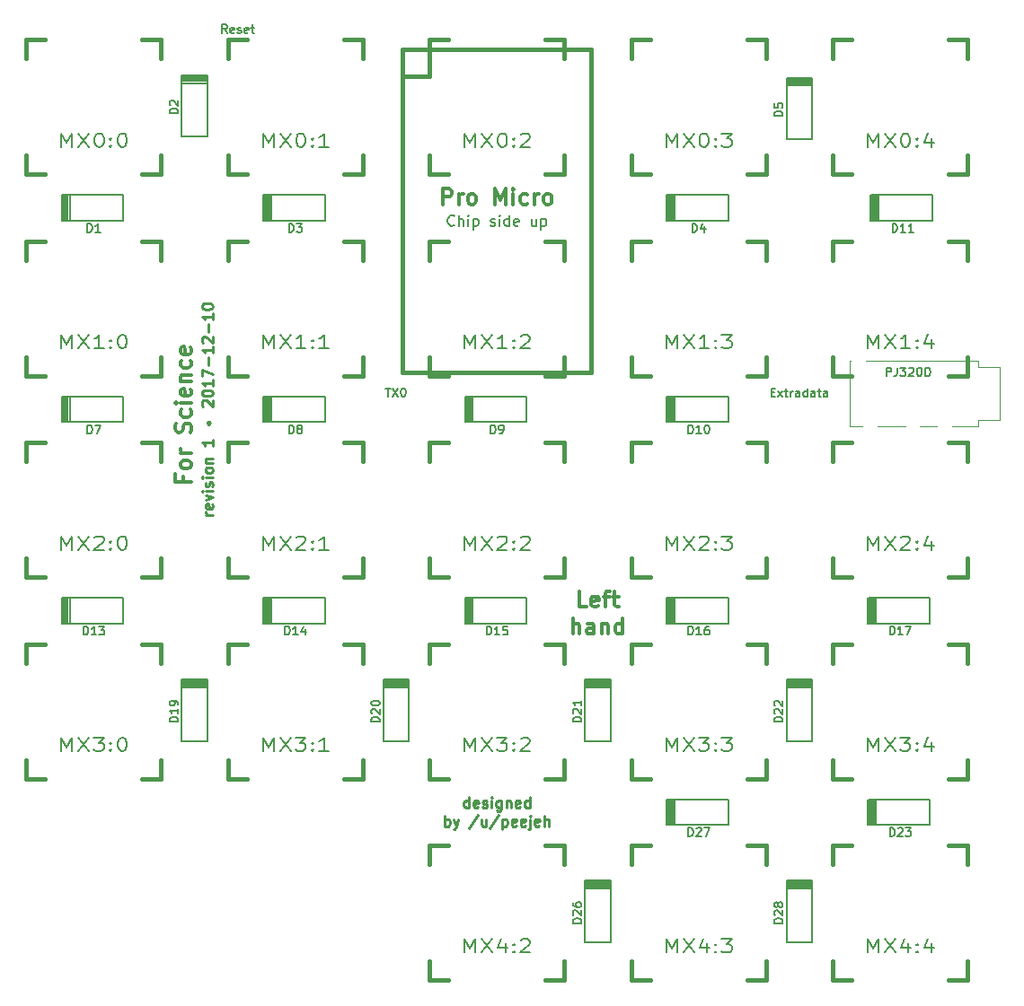
<source format=gto>
G04 #@! TF.FileFunction,Legend,Top*
%FSLAX46Y46*%
G04 Gerber Fmt 4.6, Leading zero omitted, Abs format (unit mm)*
G04 Created by KiCad (PCBNEW 4.0.7) date 2017 December 10, Sunday 13:49:37*
%MOMM*%
%LPD*%
G01*
G04 APERTURE LIST*
%ADD10C,0.100000*%
%ADD11C,0.300000*%
%ADD12C,0.250000*%
%ADD13C,0.200000*%
%ADD14C,0.150000*%
%ADD15C,0.381000*%
%ADD16C,0.120000*%
%ADD17C,0.203200*%
G04 APERTURE END LIST*
D10*
D11*
X135464286Y-101153571D02*
X134750000Y-101153571D01*
X134750000Y-99653571D01*
X136535714Y-101082143D02*
X136392857Y-101153571D01*
X136107143Y-101153571D01*
X135964286Y-101082143D01*
X135892857Y-100939286D01*
X135892857Y-100367857D01*
X135964286Y-100225000D01*
X136107143Y-100153571D01*
X136392857Y-100153571D01*
X136535714Y-100225000D01*
X136607143Y-100367857D01*
X136607143Y-100510714D01*
X135892857Y-100653571D01*
X137035714Y-100153571D02*
X137607143Y-100153571D01*
X137250000Y-101153571D02*
X137250000Y-99867857D01*
X137321428Y-99725000D01*
X137464286Y-99653571D01*
X137607143Y-99653571D01*
X137892857Y-100153571D02*
X138464286Y-100153571D01*
X138107143Y-99653571D02*
X138107143Y-100939286D01*
X138178571Y-101082143D01*
X138321429Y-101153571D01*
X138464286Y-101153571D01*
X134142857Y-103703571D02*
X134142857Y-102203571D01*
X134785714Y-103703571D02*
X134785714Y-102917857D01*
X134714285Y-102775000D01*
X134571428Y-102703571D01*
X134357143Y-102703571D01*
X134214285Y-102775000D01*
X134142857Y-102846429D01*
X136142857Y-103703571D02*
X136142857Y-102917857D01*
X136071428Y-102775000D01*
X135928571Y-102703571D01*
X135642857Y-102703571D01*
X135500000Y-102775000D01*
X136142857Y-103632143D02*
X136000000Y-103703571D01*
X135642857Y-103703571D01*
X135500000Y-103632143D01*
X135428571Y-103489286D01*
X135428571Y-103346429D01*
X135500000Y-103203571D01*
X135642857Y-103132143D01*
X136000000Y-103132143D01*
X136142857Y-103060714D01*
X136857143Y-102703571D02*
X136857143Y-103703571D01*
X136857143Y-102846429D02*
X136928571Y-102775000D01*
X137071429Y-102703571D01*
X137285714Y-102703571D01*
X137428571Y-102775000D01*
X137500000Y-102917857D01*
X137500000Y-103703571D01*
X138857143Y-103703571D02*
X138857143Y-102203571D01*
X138857143Y-103632143D02*
X138714286Y-103703571D01*
X138428572Y-103703571D01*
X138285714Y-103632143D01*
X138214286Y-103560714D01*
X138142857Y-103417857D01*
X138142857Y-102989286D01*
X138214286Y-102846429D01*
X138285714Y-102775000D01*
X138428572Y-102703571D01*
X138714286Y-102703571D01*
X138857143Y-102775000D01*
D12*
X100202381Y-92452381D02*
X99535714Y-92452381D01*
X99726190Y-92452381D02*
X99630952Y-92404762D01*
X99583333Y-92357143D01*
X99535714Y-92261905D01*
X99535714Y-92166666D01*
X100154762Y-91452380D02*
X100202381Y-91547618D01*
X100202381Y-91738095D01*
X100154762Y-91833333D01*
X100059524Y-91880952D01*
X99678571Y-91880952D01*
X99583333Y-91833333D01*
X99535714Y-91738095D01*
X99535714Y-91547618D01*
X99583333Y-91452380D01*
X99678571Y-91404761D01*
X99773810Y-91404761D01*
X99869048Y-91880952D01*
X99535714Y-91071428D02*
X100202381Y-90833333D01*
X99535714Y-90595237D01*
X100202381Y-90214285D02*
X99535714Y-90214285D01*
X99202381Y-90214285D02*
X99250000Y-90261904D01*
X99297619Y-90214285D01*
X99250000Y-90166666D01*
X99202381Y-90214285D01*
X99297619Y-90214285D01*
X100154762Y-89785714D02*
X100202381Y-89690476D01*
X100202381Y-89500000D01*
X100154762Y-89404761D01*
X100059524Y-89357142D01*
X100011905Y-89357142D01*
X99916667Y-89404761D01*
X99869048Y-89500000D01*
X99869048Y-89642857D01*
X99821429Y-89738095D01*
X99726190Y-89785714D01*
X99678571Y-89785714D01*
X99583333Y-89738095D01*
X99535714Y-89642857D01*
X99535714Y-89500000D01*
X99583333Y-89404761D01*
X100202381Y-88928571D02*
X99535714Y-88928571D01*
X99202381Y-88928571D02*
X99250000Y-88976190D01*
X99297619Y-88928571D01*
X99250000Y-88880952D01*
X99202381Y-88928571D01*
X99297619Y-88928571D01*
X100202381Y-88309524D02*
X100154762Y-88404762D01*
X100107143Y-88452381D01*
X100011905Y-88500000D01*
X99726190Y-88500000D01*
X99630952Y-88452381D01*
X99583333Y-88404762D01*
X99535714Y-88309524D01*
X99535714Y-88166666D01*
X99583333Y-88071428D01*
X99630952Y-88023809D01*
X99726190Y-87976190D01*
X100011905Y-87976190D01*
X100107143Y-88023809D01*
X100154762Y-88071428D01*
X100202381Y-88166666D01*
X100202381Y-88309524D01*
X99535714Y-87547619D02*
X100202381Y-87547619D01*
X99630952Y-87547619D02*
X99583333Y-87500000D01*
X99535714Y-87404762D01*
X99535714Y-87261904D01*
X99583333Y-87166666D01*
X99678571Y-87119047D01*
X100202381Y-87119047D01*
X100202381Y-85357142D02*
X100202381Y-85928571D01*
X100202381Y-85642857D02*
X99202381Y-85642857D01*
X99345238Y-85738095D01*
X99440476Y-85833333D01*
X99488095Y-85928571D01*
X99726190Y-83880951D02*
X99916667Y-83880951D01*
X99916667Y-83833332D02*
X99726190Y-83833332D01*
X99678571Y-83785713D02*
X99964286Y-83785713D01*
X99916667Y-83738094D02*
X99726190Y-83738094D01*
X99726190Y-83690475D02*
X99916667Y-83690475D01*
X99869048Y-83880951D02*
X99964286Y-83785713D01*
X99869048Y-83690475D01*
X99773810Y-83880951D02*
X99678571Y-83785713D01*
X99773810Y-83690475D01*
X99726190Y-83880951D02*
X99678571Y-83785713D01*
X99726190Y-83690475D01*
X99821429Y-83642856D01*
X99916667Y-83690475D01*
X99964286Y-83785713D01*
X99916667Y-83880951D01*
X99821429Y-83928571D01*
X99726190Y-83880951D01*
X99297619Y-82214285D02*
X99250000Y-82166666D01*
X99202381Y-82071428D01*
X99202381Y-81833332D01*
X99250000Y-81738094D01*
X99297619Y-81690475D01*
X99392857Y-81642856D01*
X99488095Y-81642856D01*
X99630952Y-81690475D01*
X100202381Y-82261904D01*
X100202381Y-81642856D01*
X99202381Y-81023809D02*
X99202381Y-80928570D01*
X99250000Y-80833332D01*
X99297619Y-80785713D01*
X99392857Y-80738094D01*
X99583333Y-80690475D01*
X99821429Y-80690475D01*
X100011905Y-80738094D01*
X100107143Y-80785713D01*
X100154762Y-80833332D01*
X100202381Y-80928570D01*
X100202381Y-81023809D01*
X100154762Y-81119047D01*
X100107143Y-81166666D01*
X100011905Y-81214285D01*
X99821429Y-81261904D01*
X99583333Y-81261904D01*
X99392857Y-81214285D01*
X99297619Y-81166666D01*
X99250000Y-81119047D01*
X99202381Y-81023809D01*
X100202381Y-79738094D02*
X100202381Y-80309523D01*
X100202381Y-80023809D02*
X99202381Y-80023809D01*
X99345238Y-80119047D01*
X99440476Y-80214285D01*
X99488095Y-80309523D01*
X99202381Y-79404761D02*
X99202381Y-78738094D01*
X100202381Y-79166666D01*
X99821429Y-78357142D02*
X99821429Y-77595237D01*
X100202381Y-76595237D02*
X100202381Y-77166666D01*
X100202381Y-76880952D02*
X99202381Y-76880952D01*
X99345238Y-76976190D01*
X99440476Y-77071428D01*
X99488095Y-77166666D01*
X99297619Y-76214285D02*
X99250000Y-76166666D01*
X99202381Y-76071428D01*
X99202381Y-75833332D01*
X99250000Y-75738094D01*
X99297619Y-75690475D01*
X99392857Y-75642856D01*
X99488095Y-75642856D01*
X99630952Y-75690475D01*
X100202381Y-76261904D01*
X100202381Y-75642856D01*
X99821429Y-75214285D02*
X99821429Y-74452380D01*
X100202381Y-73452380D02*
X100202381Y-74023809D01*
X100202381Y-73738095D02*
X99202381Y-73738095D01*
X99345238Y-73833333D01*
X99440476Y-73928571D01*
X99488095Y-74023809D01*
X99202381Y-72833333D02*
X99202381Y-72738094D01*
X99250000Y-72642856D01*
X99297619Y-72595237D01*
X99392857Y-72547618D01*
X99583333Y-72499999D01*
X99821429Y-72499999D01*
X100011905Y-72547618D01*
X100107143Y-72595237D01*
X100154762Y-72642856D01*
X100202381Y-72738094D01*
X100202381Y-72833333D01*
X100154762Y-72928571D01*
X100107143Y-72976190D01*
X100011905Y-73023809D01*
X99821429Y-73071428D01*
X99583333Y-73071428D01*
X99392857Y-73023809D01*
X99297619Y-72976190D01*
X99250000Y-72928571D01*
X99202381Y-72833333D01*
X124357143Y-120077381D02*
X124357143Y-119077381D01*
X124357143Y-120029762D02*
X124261905Y-120077381D01*
X124071428Y-120077381D01*
X123976190Y-120029762D01*
X123928571Y-119982143D01*
X123880952Y-119886905D01*
X123880952Y-119601190D01*
X123928571Y-119505952D01*
X123976190Y-119458333D01*
X124071428Y-119410714D01*
X124261905Y-119410714D01*
X124357143Y-119458333D01*
X125214286Y-120029762D02*
X125119048Y-120077381D01*
X124928571Y-120077381D01*
X124833333Y-120029762D01*
X124785714Y-119934524D01*
X124785714Y-119553571D01*
X124833333Y-119458333D01*
X124928571Y-119410714D01*
X125119048Y-119410714D01*
X125214286Y-119458333D01*
X125261905Y-119553571D01*
X125261905Y-119648810D01*
X124785714Y-119744048D01*
X125642857Y-120029762D02*
X125738095Y-120077381D01*
X125928571Y-120077381D01*
X126023810Y-120029762D01*
X126071429Y-119934524D01*
X126071429Y-119886905D01*
X126023810Y-119791667D01*
X125928571Y-119744048D01*
X125785714Y-119744048D01*
X125690476Y-119696429D01*
X125642857Y-119601190D01*
X125642857Y-119553571D01*
X125690476Y-119458333D01*
X125785714Y-119410714D01*
X125928571Y-119410714D01*
X126023810Y-119458333D01*
X126500000Y-120077381D02*
X126500000Y-119410714D01*
X126500000Y-119077381D02*
X126452381Y-119125000D01*
X126500000Y-119172619D01*
X126547619Y-119125000D01*
X126500000Y-119077381D01*
X126500000Y-119172619D01*
X127404762Y-119410714D02*
X127404762Y-120220238D01*
X127357143Y-120315476D01*
X127309524Y-120363095D01*
X127214285Y-120410714D01*
X127071428Y-120410714D01*
X126976190Y-120363095D01*
X127404762Y-120029762D02*
X127309524Y-120077381D01*
X127119047Y-120077381D01*
X127023809Y-120029762D01*
X126976190Y-119982143D01*
X126928571Y-119886905D01*
X126928571Y-119601190D01*
X126976190Y-119505952D01*
X127023809Y-119458333D01*
X127119047Y-119410714D01*
X127309524Y-119410714D01*
X127404762Y-119458333D01*
X127880952Y-119410714D02*
X127880952Y-120077381D01*
X127880952Y-119505952D02*
X127928571Y-119458333D01*
X128023809Y-119410714D01*
X128166667Y-119410714D01*
X128261905Y-119458333D01*
X128309524Y-119553571D01*
X128309524Y-120077381D01*
X129166667Y-120029762D02*
X129071429Y-120077381D01*
X128880952Y-120077381D01*
X128785714Y-120029762D01*
X128738095Y-119934524D01*
X128738095Y-119553571D01*
X128785714Y-119458333D01*
X128880952Y-119410714D01*
X129071429Y-119410714D01*
X129166667Y-119458333D01*
X129214286Y-119553571D01*
X129214286Y-119648810D01*
X128738095Y-119744048D01*
X130071429Y-120077381D02*
X130071429Y-119077381D01*
X130071429Y-120029762D02*
X129976191Y-120077381D01*
X129785714Y-120077381D01*
X129690476Y-120029762D01*
X129642857Y-119982143D01*
X129595238Y-119886905D01*
X129595238Y-119601190D01*
X129642857Y-119505952D01*
X129690476Y-119458333D01*
X129785714Y-119410714D01*
X129976191Y-119410714D01*
X130071429Y-119458333D01*
X122095238Y-121827381D02*
X122095238Y-120827381D01*
X122095238Y-121208333D02*
X122190476Y-121160714D01*
X122380953Y-121160714D01*
X122476191Y-121208333D01*
X122523810Y-121255952D01*
X122571429Y-121351190D01*
X122571429Y-121636905D01*
X122523810Y-121732143D01*
X122476191Y-121779762D01*
X122380953Y-121827381D01*
X122190476Y-121827381D01*
X122095238Y-121779762D01*
X122904762Y-121160714D02*
X123142857Y-121827381D01*
X123380953Y-121160714D02*
X123142857Y-121827381D01*
X123047619Y-122065476D01*
X123000000Y-122113095D01*
X122904762Y-122160714D01*
X125238096Y-120779762D02*
X124380953Y-122065476D01*
X126000001Y-121160714D02*
X126000001Y-121827381D01*
X125571429Y-121160714D02*
X125571429Y-121684524D01*
X125619048Y-121779762D01*
X125714286Y-121827381D01*
X125857144Y-121827381D01*
X125952382Y-121779762D01*
X126000001Y-121732143D01*
X127190477Y-120779762D02*
X126333334Y-122065476D01*
X127523810Y-121160714D02*
X127523810Y-122160714D01*
X127523810Y-121208333D02*
X127619048Y-121160714D01*
X127809525Y-121160714D01*
X127904763Y-121208333D01*
X127952382Y-121255952D01*
X128000001Y-121351190D01*
X128000001Y-121636905D01*
X127952382Y-121732143D01*
X127904763Y-121779762D01*
X127809525Y-121827381D01*
X127619048Y-121827381D01*
X127523810Y-121779762D01*
X128809525Y-121779762D02*
X128714287Y-121827381D01*
X128523810Y-121827381D01*
X128428572Y-121779762D01*
X128380953Y-121684524D01*
X128380953Y-121303571D01*
X128428572Y-121208333D01*
X128523810Y-121160714D01*
X128714287Y-121160714D01*
X128809525Y-121208333D01*
X128857144Y-121303571D01*
X128857144Y-121398810D01*
X128380953Y-121494048D01*
X129666668Y-121779762D02*
X129571430Y-121827381D01*
X129380953Y-121827381D01*
X129285715Y-121779762D01*
X129238096Y-121684524D01*
X129238096Y-121303571D01*
X129285715Y-121208333D01*
X129380953Y-121160714D01*
X129571430Y-121160714D01*
X129666668Y-121208333D01*
X129714287Y-121303571D01*
X129714287Y-121398810D01*
X129238096Y-121494048D01*
X130142858Y-121160714D02*
X130142858Y-122017857D01*
X130095239Y-122113095D01*
X130000001Y-122160714D01*
X129952382Y-122160714D01*
X130142858Y-120827381D02*
X130095239Y-120875000D01*
X130142858Y-120922619D01*
X130190477Y-120875000D01*
X130142858Y-120827381D01*
X130142858Y-120922619D01*
X131000001Y-121779762D02*
X130904763Y-121827381D01*
X130714286Y-121827381D01*
X130619048Y-121779762D01*
X130571429Y-121684524D01*
X130571429Y-121303571D01*
X130619048Y-121208333D01*
X130714286Y-121160714D01*
X130904763Y-121160714D01*
X131000001Y-121208333D01*
X131047620Y-121303571D01*
X131047620Y-121398810D01*
X130571429Y-121494048D01*
X131476191Y-121827381D02*
X131476191Y-120827381D01*
X131904763Y-121827381D02*
X131904763Y-121303571D01*
X131857144Y-121208333D01*
X131761906Y-121160714D01*
X131619048Y-121160714D01*
X131523810Y-121208333D01*
X131476191Y-121255952D01*
D11*
X97392857Y-88821427D02*
X97392857Y-89321427D01*
X98178571Y-89321427D02*
X96678571Y-89321427D01*
X96678571Y-88607141D01*
X98178571Y-87821427D02*
X98107143Y-87964285D01*
X98035714Y-88035713D01*
X97892857Y-88107142D01*
X97464286Y-88107142D01*
X97321429Y-88035713D01*
X97250000Y-87964285D01*
X97178571Y-87821427D01*
X97178571Y-87607142D01*
X97250000Y-87464285D01*
X97321429Y-87392856D01*
X97464286Y-87321427D01*
X97892857Y-87321427D01*
X98035714Y-87392856D01*
X98107143Y-87464285D01*
X98178571Y-87607142D01*
X98178571Y-87821427D01*
X98178571Y-86678570D02*
X97178571Y-86678570D01*
X97464286Y-86678570D02*
X97321429Y-86607142D01*
X97250000Y-86535713D01*
X97178571Y-86392856D01*
X97178571Y-86249999D01*
X98107143Y-84678571D02*
X98178571Y-84464285D01*
X98178571Y-84107142D01*
X98107143Y-83964285D01*
X98035714Y-83892856D01*
X97892857Y-83821428D01*
X97750000Y-83821428D01*
X97607143Y-83892856D01*
X97535714Y-83964285D01*
X97464286Y-84107142D01*
X97392857Y-84392856D01*
X97321429Y-84535714D01*
X97250000Y-84607142D01*
X97107143Y-84678571D01*
X96964286Y-84678571D01*
X96821429Y-84607142D01*
X96750000Y-84535714D01*
X96678571Y-84392856D01*
X96678571Y-84035714D01*
X96750000Y-83821428D01*
X98107143Y-82535714D02*
X98178571Y-82678571D01*
X98178571Y-82964285D01*
X98107143Y-83107143D01*
X98035714Y-83178571D01*
X97892857Y-83250000D01*
X97464286Y-83250000D01*
X97321429Y-83178571D01*
X97250000Y-83107143D01*
X97178571Y-82964285D01*
X97178571Y-82678571D01*
X97250000Y-82535714D01*
X98178571Y-81892857D02*
X97178571Y-81892857D01*
X96678571Y-81892857D02*
X96750000Y-81964286D01*
X96821429Y-81892857D01*
X96750000Y-81821429D01*
X96678571Y-81892857D01*
X96821429Y-81892857D01*
X98107143Y-80607143D02*
X98178571Y-80750000D01*
X98178571Y-81035714D01*
X98107143Y-81178571D01*
X97964286Y-81250000D01*
X97392857Y-81250000D01*
X97250000Y-81178571D01*
X97178571Y-81035714D01*
X97178571Y-80750000D01*
X97250000Y-80607143D01*
X97392857Y-80535714D01*
X97535714Y-80535714D01*
X97678571Y-81250000D01*
X97178571Y-79892857D02*
X98178571Y-79892857D01*
X97321429Y-79892857D02*
X97250000Y-79821429D01*
X97178571Y-79678571D01*
X97178571Y-79464286D01*
X97250000Y-79321429D01*
X97392857Y-79250000D01*
X98178571Y-79250000D01*
X98107143Y-77892857D02*
X98178571Y-78035714D01*
X98178571Y-78321428D01*
X98107143Y-78464286D01*
X98035714Y-78535714D01*
X97892857Y-78607143D01*
X97464286Y-78607143D01*
X97321429Y-78535714D01*
X97250000Y-78464286D01*
X97178571Y-78321428D01*
X97178571Y-78035714D01*
X97250000Y-77892857D01*
X98107143Y-76678572D02*
X98178571Y-76821429D01*
X98178571Y-77107143D01*
X98107143Y-77250000D01*
X97964286Y-77321429D01*
X97392857Y-77321429D01*
X97250000Y-77250000D01*
X97178571Y-77107143D01*
X97178571Y-76821429D01*
X97250000Y-76678572D01*
X97392857Y-76607143D01*
X97535714Y-76607143D01*
X97678571Y-77321429D01*
X121892858Y-63178571D02*
X121892858Y-61678571D01*
X122464286Y-61678571D01*
X122607144Y-61750000D01*
X122678572Y-61821429D01*
X122750001Y-61964286D01*
X122750001Y-62178571D01*
X122678572Y-62321429D01*
X122607144Y-62392857D01*
X122464286Y-62464286D01*
X121892858Y-62464286D01*
X123392858Y-63178571D02*
X123392858Y-62178571D01*
X123392858Y-62464286D02*
X123464286Y-62321429D01*
X123535715Y-62250000D01*
X123678572Y-62178571D01*
X123821429Y-62178571D01*
X124535715Y-63178571D02*
X124392857Y-63107143D01*
X124321429Y-63035714D01*
X124250000Y-62892857D01*
X124250000Y-62464286D01*
X124321429Y-62321429D01*
X124392857Y-62250000D01*
X124535715Y-62178571D01*
X124750000Y-62178571D01*
X124892857Y-62250000D01*
X124964286Y-62321429D01*
X125035715Y-62464286D01*
X125035715Y-62892857D01*
X124964286Y-63035714D01*
X124892857Y-63107143D01*
X124750000Y-63178571D01*
X124535715Y-63178571D01*
X126821429Y-63178571D02*
X126821429Y-61678571D01*
X127321429Y-62750000D01*
X127821429Y-61678571D01*
X127821429Y-63178571D01*
X128535715Y-63178571D02*
X128535715Y-62178571D01*
X128535715Y-61678571D02*
X128464286Y-61750000D01*
X128535715Y-61821429D01*
X128607143Y-61750000D01*
X128535715Y-61678571D01*
X128535715Y-61821429D01*
X129892858Y-63107143D02*
X129750001Y-63178571D01*
X129464287Y-63178571D01*
X129321429Y-63107143D01*
X129250001Y-63035714D01*
X129178572Y-62892857D01*
X129178572Y-62464286D01*
X129250001Y-62321429D01*
X129321429Y-62250000D01*
X129464287Y-62178571D01*
X129750001Y-62178571D01*
X129892858Y-62250000D01*
X130535715Y-63178571D02*
X130535715Y-62178571D01*
X130535715Y-62464286D02*
X130607143Y-62321429D01*
X130678572Y-62250000D01*
X130821429Y-62178571D01*
X130964286Y-62178571D01*
X131678572Y-63178571D02*
X131535714Y-63107143D01*
X131464286Y-63035714D01*
X131392857Y-62892857D01*
X131392857Y-62464286D01*
X131464286Y-62321429D01*
X131535714Y-62250000D01*
X131678572Y-62178571D01*
X131892857Y-62178571D01*
X132035714Y-62250000D01*
X132107143Y-62321429D01*
X132178572Y-62464286D01*
X132178572Y-62892857D01*
X132107143Y-63035714D01*
X132035714Y-63107143D01*
X131892857Y-63178571D01*
X131678572Y-63178571D01*
D13*
X122976191Y-65107143D02*
X122928572Y-65154762D01*
X122785715Y-65202381D01*
X122690477Y-65202381D01*
X122547619Y-65154762D01*
X122452381Y-65059524D01*
X122404762Y-64964286D01*
X122357143Y-64773810D01*
X122357143Y-64630952D01*
X122404762Y-64440476D01*
X122452381Y-64345238D01*
X122547619Y-64250000D01*
X122690477Y-64202381D01*
X122785715Y-64202381D01*
X122928572Y-64250000D01*
X122976191Y-64297619D01*
X123404762Y-65202381D02*
X123404762Y-64202381D01*
X123833334Y-65202381D02*
X123833334Y-64678571D01*
X123785715Y-64583333D01*
X123690477Y-64535714D01*
X123547619Y-64535714D01*
X123452381Y-64583333D01*
X123404762Y-64630952D01*
X124309524Y-65202381D02*
X124309524Y-64535714D01*
X124309524Y-64202381D02*
X124261905Y-64250000D01*
X124309524Y-64297619D01*
X124357143Y-64250000D01*
X124309524Y-64202381D01*
X124309524Y-64297619D01*
X124785714Y-64535714D02*
X124785714Y-65535714D01*
X124785714Y-64583333D02*
X124880952Y-64535714D01*
X125071429Y-64535714D01*
X125166667Y-64583333D01*
X125214286Y-64630952D01*
X125261905Y-64726190D01*
X125261905Y-65011905D01*
X125214286Y-65107143D01*
X125166667Y-65154762D01*
X125071429Y-65202381D01*
X124880952Y-65202381D01*
X124785714Y-65154762D01*
X126404762Y-65154762D02*
X126500000Y-65202381D01*
X126690476Y-65202381D01*
X126785715Y-65154762D01*
X126833334Y-65059524D01*
X126833334Y-65011905D01*
X126785715Y-64916667D01*
X126690476Y-64869048D01*
X126547619Y-64869048D01*
X126452381Y-64821429D01*
X126404762Y-64726190D01*
X126404762Y-64678571D01*
X126452381Y-64583333D01*
X126547619Y-64535714D01*
X126690476Y-64535714D01*
X126785715Y-64583333D01*
X127261905Y-65202381D02*
X127261905Y-64535714D01*
X127261905Y-64202381D02*
X127214286Y-64250000D01*
X127261905Y-64297619D01*
X127309524Y-64250000D01*
X127261905Y-64202381D01*
X127261905Y-64297619D01*
X128166667Y-65202381D02*
X128166667Y-64202381D01*
X128166667Y-65154762D02*
X128071429Y-65202381D01*
X127880952Y-65202381D01*
X127785714Y-65154762D01*
X127738095Y-65107143D01*
X127690476Y-65011905D01*
X127690476Y-64726190D01*
X127738095Y-64630952D01*
X127785714Y-64583333D01*
X127880952Y-64535714D01*
X128071429Y-64535714D01*
X128166667Y-64583333D01*
X129023810Y-65154762D02*
X128928572Y-65202381D01*
X128738095Y-65202381D01*
X128642857Y-65154762D01*
X128595238Y-65059524D01*
X128595238Y-64678571D01*
X128642857Y-64583333D01*
X128738095Y-64535714D01*
X128928572Y-64535714D01*
X129023810Y-64583333D01*
X129071429Y-64678571D01*
X129071429Y-64773810D01*
X128595238Y-64869048D01*
X130690477Y-64535714D02*
X130690477Y-65202381D01*
X130261905Y-64535714D02*
X130261905Y-65059524D01*
X130309524Y-65154762D01*
X130404762Y-65202381D01*
X130547620Y-65202381D01*
X130642858Y-65154762D01*
X130690477Y-65107143D01*
X131166667Y-64535714D02*
X131166667Y-65535714D01*
X131166667Y-64583333D02*
X131261905Y-64535714D01*
X131452382Y-64535714D01*
X131547620Y-64583333D01*
X131595239Y-64630952D01*
X131642858Y-64726190D01*
X131642858Y-65011905D01*
X131595239Y-65107143D01*
X131547620Y-65154762D01*
X131452382Y-65202381D01*
X131261905Y-65202381D01*
X131166667Y-65154762D01*
D14*
X163692857Y-79361905D02*
X163692857Y-78561905D01*
X163997619Y-78561905D01*
X164073810Y-78600000D01*
X164111905Y-78638095D01*
X164150000Y-78714286D01*
X164150000Y-78828571D01*
X164111905Y-78904762D01*
X164073810Y-78942857D01*
X163997619Y-78980952D01*
X163692857Y-78980952D01*
X164721429Y-78561905D02*
X164721429Y-79133333D01*
X164683333Y-79247619D01*
X164607143Y-79323810D01*
X164492857Y-79361905D01*
X164416667Y-79361905D01*
X165026191Y-78561905D02*
X165521429Y-78561905D01*
X165254762Y-78866667D01*
X165369048Y-78866667D01*
X165445238Y-78904762D01*
X165483334Y-78942857D01*
X165521429Y-79019048D01*
X165521429Y-79209524D01*
X165483334Y-79285714D01*
X165445238Y-79323810D01*
X165369048Y-79361905D01*
X165140476Y-79361905D01*
X165064286Y-79323810D01*
X165026191Y-79285714D01*
X165826191Y-78638095D02*
X165864286Y-78600000D01*
X165940477Y-78561905D01*
X166130953Y-78561905D01*
X166207143Y-78600000D01*
X166245239Y-78638095D01*
X166283334Y-78714286D01*
X166283334Y-78790476D01*
X166245239Y-78904762D01*
X165788096Y-79361905D01*
X166283334Y-79361905D01*
X166778572Y-78561905D02*
X166854763Y-78561905D01*
X166930953Y-78600000D01*
X166969048Y-78638095D01*
X167007144Y-78714286D01*
X167045239Y-78866667D01*
X167045239Y-79057143D01*
X167007144Y-79209524D01*
X166969048Y-79285714D01*
X166930953Y-79323810D01*
X166854763Y-79361905D01*
X166778572Y-79361905D01*
X166702382Y-79323810D01*
X166664286Y-79285714D01*
X166626191Y-79209524D01*
X166588096Y-79057143D01*
X166588096Y-78866667D01*
X166626191Y-78714286D01*
X166664286Y-78638095D01*
X166702382Y-78600000D01*
X166778572Y-78561905D01*
X167388096Y-79361905D02*
X167388096Y-78561905D01*
X167578572Y-78561905D01*
X167692858Y-78600000D01*
X167769049Y-78676190D01*
X167807144Y-78752381D01*
X167845239Y-78904762D01*
X167845239Y-79019048D01*
X167807144Y-79171429D01*
X167769049Y-79247619D01*
X167692858Y-79323810D01*
X167578572Y-79361905D01*
X167388096Y-79361905D01*
D15*
X120650000Y-85650000D02*
X122428000Y-85650000D01*
X131572000Y-85650000D02*
X133350000Y-85650000D01*
X133350000Y-85650000D02*
X133350000Y-87428000D01*
X133350000Y-96572000D02*
X133350000Y-98350000D01*
X133350000Y-98350000D02*
X131572000Y-98350000D01*
X122428000Y-98350000D02*
X120650000Y-98350000D01*
X120650000Y-98350000D02*
X120650000Y-96572000D01*
X120650000Y-87428000D02*
X120650000Y-85650000D01*
D13*
X86000000Y-62300000D02*
X91800000Y-62300000D01*
X86725000Y-62300000D02*
X86725000Y-64700000D01*
X86550000Y-62300000D02*
X86550000Y-64700000D01*
X86375000Y-62300000D02*
X86375000Y-64700000D01*
X85975000Y-64700000D02*
X85975000Y-62300000D01*
X86200000Y-62300000D02*
X86200000Y-64700000D01*
X86075000Y-62300000D02*
X86075000Y-64700000D01*
X86000000Y-62300000D02*
X91800000Y-62300000D01*
X91800000Y-62300000D02*
X91800000Y-64700000D01*
X91800000Y-64700000D02*
X86000000Y-64700000D01*
X99700000Y-51000000D02*
X99700000Y-56800000D01*
X99700000Y-51725000D02*
X97300000Y-51725000D01*
X99700000Y-51550000D02*
X97300000Y-51550000D01*
X99700000Y-51375000D02*
X97300000Y-51375000D01*
X97300000Y-50975000D02*
X99700000Y-50975000D01*
X99700000Y-51200000D02*
X97300000Y-51200000D01*
X99700000Y-51075000D02*
X97300000Y-51075000D01*
X99700000Y-51000000D02*
X99700000Y-56800000D01*
X99700000Y-56800000D02*
X97300000Y-56800000D01*
X97300000Y-56800000D02*
X97300000Y-51000000D01*
X105000000Y-62300000D02*
X110800000Y-62300000D01*
X105725000Y-62300000D02*
X105725000Y-64700000D01*
X105550000Y-62300000D02*
X105550000Y-64700000D01*
X105375000Y-62300000D02*
X105375000Y-64700000D01*
X104975000Y-64700000D02*
X104975000Y-62300000D01*
X105200000Y-62300000D02*
X105200000Y-64700000D01*
X105075000Y-62300000D02*
X105075000Y-64700000D01*
X105000000Y-62300000D02*
X110800000Y-62300000D01*
X110800000Y-62300000D02*
X110800000Y-64700000D01*
X110800000Y-64700000D02*
X105000000Y-64700000D01*
X143000000Y-62300000D02*
X148800000Y-62300000D01*
X143725000Y-62300000D02*
X143725000Y-64700000D01*
X143550000Y-62300000D02*
X143550000Y-64700000D01*
X143375000Y-62300000D02*
X143375000Y-64700000D01*
X142975000Y-64700000D02*
X142975000Y-62300000D01*
X143200000Y-62300000D02*
X143200000Y-64700000D01*
X143075000Y-62300000D02*
X143075000Y-64700000D01*
X143000000Y-62300000D02*
X148800000Y-62300000D01*
X148800000Y-62300000D02*
X148800000Y-64700000D01*
X148800000Y-64700000D02*
X143000000Y-64700000D01*
X156700000Y-51250000D02*
X156700000Y-57050000D01*
X156700000Y-51975000D02*
X154300000Y-51975000D01*
X156700000Y-51800000D02*
X154300000Y-51800000D01*
X156700000Y-51625000D02*
X154300000Y-51625000D01*
X154300000Y-51225000D02*
X156700000Y-51225000D01*
X156700000Y-51450000D02*
X154300000Y-51450000D01*
X156700000Y-51325000D02*
X154300000Y-51325000D01*
X156700000Y-51250000D02*
X156700000Y-57050000D01*
X156700000Y-57050000D02*
X154300000Y-57050000D01*
X154300000Y-57050000D02*
X154300000Y-51250000D01*
X86000000Y-81300000D02*
X91800000Y-81300000D01*
X86725000Y-81300000D02*
X86725000Y-83700000D01*
X86550000Y-81300000D02*
X86550000Y-83700000D01*
X86375000Y-81300000D02*
X86375000Y-83700000D01*
X85975000Y-83700000D02*
X85975000Y-81300000D01*
X86200000Y-81300000D02*
X86200000Y-83700000D01*
X86075000Y-81300000D02*
X86075000Y-83700000D01*
X86000000Y-81300000D02*
X91800000Y-81300000D01*
X91800000Y-81300000D02*
X91800000Y-83700000D01*
X91800000Y-83700000D02*
X86000000Y-83700000D01*
X105000000Y-81300000D02*
X110800000Y-81300000D01*
X105725000Y-81300000D02*
X105725000Y-83700000D01*
X105550000Y-81300000D02*
X105550000Y-83700000D01*
X105375000Y-81300000D02*
X105375000Y-83700000D01*
X104975000Y-83700000D02*
X104975000Y-81300000D01*
X105200000Y-81300000D02*
X105200000Y-83700000D01*
X105075000Y-81300000D02*
X105075000Y-83700000D01*
X105000000Y-81300000D02*
X110800000Y-81300000D01*
X110800000Y-81300000D02*
X110800000Y-83700000D01*
X110800000Y-83700000D02*
X105000000Y-83700000D01*
X124000000Y-81300000D02*
X129800000Y-81300000D01*
X124725000Y-81300000D02*
X124725000Y-83700000D01*
X124550000Y-81300000D02*
X124550000Y-83700000D01*
X124375000Y-81300000D02*
X124375000Y-83700000D01*
X123975000Y-83700000D02*
X123975000Y-81300000D01*
X124200000Y-81300000D02*
X124200000Y-83700000D01*
X124075000Y-81300000D02*
X124075000Y-83700000D01*
X124000000Y-81300000D02*
X129800000Y-81300000D01*
X129800000Y-81300000D02*
X129800000Y-83700000D01*
X129800000Y-83700000D02*
X124000000Y-83700000D01*
X143000000Y-81300000D02*
X148800000Y-81300000D01*
X143725000Y-81300000D02*
X143725000Y-83700000D01*
X143550000Y-81300000D02*
X143550000Y-83700000D01*
X143375000Y-81300000D02*
X143375000Y-83700000D01*
X142975000Y-83700000D02*
X142975000Y-81300000D01*
X143200000Y-81300000D02*
X143200000Y-83700000D01*
X143075000Y-81300000D02*
X143075000Y-83700000D01*
X143000000Y-81300000D02*
X148800000Y-81300000D01*
X148800000Y-81300000D02*
X148800000Y-83700000D01*
X148800000Y-83700000D02*
X143000000Y-83700000D01*
X162250000Y-62300000D02*
X168050000Y-62300000D01*
X162975000Y-62300000D02*
X162975000Y-64700000D01*
X162800000Y-62300000D02*
X162800000Y-64700000D01*
X162625000Y-62300000D02*
X162625000Y-64700000D01*
X162225000Y-64700000D02*
X162225000Y-62300000D01*
X162450000Y-62300000D02*
X162450000Y-64700000D01*
X162325000Y-62300000D02*
X162325000Y-64700000D01*
X162250000Y-62300000D02*
X168050000Y-62300000D01*
X168050000Y-62300000D02*
X168050000Y-64700000D01*
X168050000Y-64700000D02*
X162250000Y-64700000D01*
X86000000Y-100300000D02*
X91800000Y-100300000D01*
X86725000Y-100300000D02*
X86725000Y-102700000D01*
X86550000Y-100300000D02*
X86550000Y-102700000D01*
X86375000Y-100300000D02*
X86375000Y-102700000D01*
X85975000Y-102700000D02*
X85975000Y-100300000D01*
X86200000Y-100300000D02*
X86200000Y-102700000D01*
X86075000Y-100300000D02*
X86075000Y-102700000D01*
X86000000Y-100300000D02*
X91800000Y-100300000D01*
X91800000Y-100300000D02*
X91800000Y-102700000D01*
X91800000Y-102700000D02*
X86000000Y-102700000D01*
X105000000Y-100300000D02*
X110800000Y-100300000D01*
X105725000Y-100300000D02*
X105725000Y-102700000D01*
X105550000Y-100300000D02*
X105550000Y-102700000D01*
X105375000Y-100300000D02*
X105375000Y-102700000D01*
X104975000Y-102700000D02*
X104975000Y-100300000D01*
X105200000Y-100300000D02*
X105200000Y-102700000D01*
X105075000Y-100300000D02*
X105075000Y-102700000D01*
X105000000Y-100300000D02*
X110800000Y-100300000D01*
X110800000Y-100300000D02*
X110800000Y-102700000D01*
X110800000Y-102700000D02*
X105000000Y-102700000D01*
X124000000Y-100300000D02*
X129800000Y-100300000D01*
X124725000Y-100300000D02*
X124725000Y-102700000D01*
X124550000Y-100300000D02*
X124550000Y-102700000D01*
X124375000Y-100300000D02*
X124375000Y-102700000D01*
X123975000Y-102700000D02*
X123975000Y-100300000D01*
X124200000Y-100300000D02*
X124200000Y-102700000D01*
X124075000Y-100300000D02*
X124075000Y-102700000D01*
X124000000Y-100300000D02*
X129800000Y-100300000D01*
X129800000Y-100300000D02*
X129800000Y-102700000D01*
X129800000Y-102700000D02*
X124000000Y-102700000D01*
X143000000Y-100300000D02*
X148800000Y-100300000D01*
X143725000Y-100300000D02*
X143725000Y-102700000D01*
X143550000Y-100300000D02*
X143550000Y-102700000D01*
X143375000Y-100300000D02*
X143375000Y-102700000D01*
X142975000Y-102700000D02*
X142975000Y-100300000D01*
X143200000Y-100300000D02*
X143200000Y-102700000D01*
X143075000Y-100300000D02*
X143075000Y-102700000D01*
X143000000Y-100300000D02*
X148800000Y-100300000D01*
X148800000Y-100300000D02*
X148800000Y-102700000D01*
X148800000Y-102700000D02*
X143000000Y-102700000D01*
X162000000Y-100300000D02*
X167800000Y-100300000D01*
X162725000Y-100300000D02*
X162725000Y-102700000D01*
X162550000Y-100300000D02*
X162550000Y-102700000D01*
X162375000Y-100300000D02*
X162375000Y-102700000D01*
X161975000Y-102700000D02*
X161975000Y-100300000D01*
X162200000Y-100300000D02*
X162200000Y-102700000D01*
X162075000Y-100300000D02*
X162075000Y-102700000D01*
X162000000Y-100300000D02*
X167800000Y-100300000D01*
X167800000Y-100300000D02*
X167800000Y-102700000D01*
X167800000Y-102700000D02*
X162000000Y-102700000D01*
X99700000Y-108000000D02*
X99700000Y-113800000D01*
X99700000Y-108725000D02*
X97300000Y-108725000D01*
X99700000Y-108550000D02*
X97300000Y-108550000D01*
X99700000Y-108375000D02*
X97300000Y-108375000D01*
X97300000Y-107975000D02*
X99700000Y-107975000D01*
X99700000Y-108200000D02*
X97300000Y-108200000D01*
X99700000Y-108075000D02*
X97300000Y-108075000D01*
X99700000Y-108000000D02*
X99700000Y-113800000D01*
X99700000Y-113800000D02*
X97300000Y-113800000D01*
X97300000Y-113800000D02*
X97300000Y-108000000D01*
X118700000Y-108000000D02*
X118700000Y-113800000D01*
X118700000Y-108725000D02*
X116300000Y-108725000D01*
X118700000Y-108550000D02*
X116300000Y-108550000D01*
X118700000Y-108375000D02*
X116300000Y-108375000D01*
X116300000Y-107975000D02*
X118700000Y-107975000D01*
X118700000Y-108200000D02*
X116300000Y-108200000D01*
X118700000Y-108075000D02*
X116300000Y-108075000D01*
X118700000Y-108000000D02*
X118700000Y-113800000D01*
X118700000Y-113800000D02*
X116300000Y-113800000D01*
X116300000Y-113800000D02*
X116300000Y-108000000D01*
X137700000Y-108000000D02*
X137700000Y-113800000D01*
X137700000Y-108725000D02*
X135300000Y-108725000D01*
X137700000Y-108550000D02*
X135300000Y-108550000D01*
X137700000Y-108375000D02*
X135300000Y-108375000D01*
X135300000Y-107975000D02*
X137700000Y-107975000D01*
X137700000Y-108200000D02*
X135300000Y-108200000D01*
X137700000Y-108075000D02*
X135300000Y-108075000D01*
X137700000Y-108000000D02*
X137700000Y-113800000D01*
X137700000Y-113800000D02*
X135300000Y-113800000D01*
X135300000Y-113800000D02*
X135300000Y-108000000D01*
X156700000Y-108000000D02*
X156700000Y-113800000D01*
X156700000Y-108725000D02*
X154300000Y-108725000D01*
X156700000Y-108550000D02*
X154300000Y-108550000D01*
X156700000Y-108375000D02*
X154300000Y-108375000D01*
X154300000Y-107975000D02*
X156700000Y-107975000D01*
X156700000Y-108200000D02*
X154300000Y-108200000D01*
X156700000Y-108075000D02*
X154300000Y-108075000D01*
X156700000Y-108000000D02*
X156700000Y-113800000D01*
X156700000Y-113800000D02*
X154300000Y-113800000D01*
X154300000Y-113800000D02*
X154300000Y-108000000D01*
X162000000Y-119300000D02*
X167800000Y-119300000D01*
X162725000Y-119300000D02*
X162725000Y-121700000D01*
X162550000Y-119300000D02*
X162550000Y-121700000D01*
X162375000Y-119300000D02*
X162375000Y-121700000D01*
X161975000Y-121700000D02*
X161975000Y-119300000D01*
X162200000Y-119300000D02*
X162200000Y-121700000D01*
X162075000Y-119300000D02*
X162075000Y-121700000D01*
X162000000Y-119300000D02*
X167800000Y-119300000D01*
X167800000Y-119300000D02*
X167800000Y-121700000D01*
X167800000Y-121700000D02*
X162000000Y-121700000D01*
X137700000Y-127000000D02*
X137700000Y-132800000D01*
X137700000Y-127725000D02*
X135300000Y-127725000D01*
X137700000Y-127550000D02*
X135300000Y-127550000D01*
X137700000Y-127375000D02*
X135300000Y-127375000D01*
X135300000Y-126975000D02*
X137700000Y-126975000D01*
X137700000Y-127200000D02*
X135300000Y-127200000D01*
X137700000Y-127075000D02*
X135300000Y-127075000D01*
X137700000Y-127000000D02*
X137700000Y-132800000D01*
X137700000Y-132800000D02*
X135300000Y-132800000D01*
X135300000Y-132800000D02*
X135300000Y-127000000D01*
X143000000Y-119300000D02*
X148800000Y-119300000D01*
X143725000Y-119300000D02*
X143725000Y-121700000D01*
X143550000Y-119300000D02*
X143550000Y-121700000D01*
X143375000Y-119300000D02*
X143375000Y-121700000D01*
X142975000Y-121700000D02*
X142975000Y-119300000D01*
X143200000Y-119300000D02*
X143200000Y-121700000D01*
X143075000Y-119300000D02*
X143075000Y-121700000D01*
X143000000Y-119300000D02*
X148800000Y-119300000D01*
X148800000Y-119300000D02*
X148800000Y-121700000D01*
X148800000Y-121700000D02*
X143000000Y-121700000D01*
X156700000Y-127000000D02*
X156700000Y-132800000D01*
X156700000Y-127725000D02*
X154300000Y-127725000D01*
X156700000Y-127550000D02*
X154300000Y-127550000D01*
X156700000Y-127375000D02*
X154300000Y-127375000D01*
X154300000Y-126975000D02*
X156700000Y-126975000D01*
X156700000Y-127200000D02*
X154300000Y-127200000D01*
X156700000Y-127075000D02*
X154300000Y-127075000D01*
X156700000Y-127000000D02*
X156700000Y-132800000D01*
X156700000Y-132800000D02*
X154300000Y-132800000D01*
X154300000Y-132800000D02*
X154300000Y-127000000D01*
D15*
X82650000Y-47650000D02*
X84428000Y-47650000D01*
X93572000Y-47650000D02*
X95350000Y-47650000D01*
X95350000Y-47650000D02*
X95350000Y-49428000D01*
X95350000Y-58572000D02*
X95350000Y-60350000D01*
X95350000Y-60350000D02*
X93572000Y-60350000D01*
X84428000Y-60350000D02*
X82650000Y-60350000D01*
X82650000Y-60350000D02*
X82650000Y-58572000D01*
X82650000Y-49428000D02*
X82650000Y-47650000D01*
X101650000Y-47650000D02*
X103428000Y-47650000D01*
X112572000Y-47650000D02*
X114350000Y-47650000D01*
X114350000Y-47650000D02*
X114350000Y-49428000D01*
X114350000Y-58572000D02*
X114350000Y-60350000D01*
X114350000Y-60350000D02*
X112572000Y-60350000D01*
X103428000Y-60350000D02*
X101650000Y-60350000D01*
X101650000Y-60350000D02*
X101650000Y-58572000D01*
X101650000Y-49428000D02*
X101650000Y-47650000D01*
X120650000Y-47650000D02*
X122428000Y-47650000D01*
X131572000Y-47650000D02*
X133350000Y-47650000D01*
X133350000Y-47650000D02*
X133350000Y-49428000D01*
X133350000Y-58572000D02*
X133350000Y-60350000D01*
X133350000Y-60350000D02*
X131572000Y-60350000D01*
X122428000Y-60350000D02*
X120650000Y-60350000D01*
X120650000Y-60350000D02*
X120650000Y-58572000D01*
X120650000Y-49428000D02*
X120650000Y-47650000D01*
X139650000Y-47650000D02*
X141428000Y-47650000D01*
X150572000Y-47650000D02*
X152350000Y-47650000D01*
X152350000Y-47650000D02*
X152350000Y-49428000D01*
X152350000Y-58572000D02*
X152350000Y-60350000D01*
X152350000Y-60350000D02*
X150572000Y-60350000D01*
X141428000Y-60350000D02*
X139650000Y-60350000D01*
X139650000Y-60350000D02*
X139650000Y-58572000D01*
X139650000Y-49428000D02*
X139650000Y-47650000D01*
X158650000Y-47650000D02*
X160428000Y-47650000D01*
X169572000Y-47650000D02*
X171350000Y-47650000D01*
X171350000Y-47650000D02*
X171350000Y-49428000D01*
X171350000Y-58572000D02*
X171350000Y-60350000D01*
X171350000Y-60350000D02*
X169572000Y-60350000D01*
X160428000Y-60350000D02*
X158650000Y-60350000D01*
X158650000Y-60350000D02*
X158650000Y-58572000D01*
X158650000Y-49428000D02*
X158650000Y-47650000D01*
X82650000Y-66650000D02*
X84428000Y-66650000D01*
X93572000Y-66650000D02*
X95350000Y-66650000D01*
X95350000Y-66650000D02*
X95350000Y-68428000D01*
X95350000Y-77572000D02*
X95350000Y-79350000D01*
X95350000Y-79350000D02*
X93572000Y-79350000D01*
X84428000Y-79350000D02*
X82650000Y-79350000D01*
X82650000Y-79350000D02*
X82650000Y-77572000D01*
X82650000Y-68428000D02*
X82650000Y-66650000D01*
X101650000Y-66650000D02*
X103428000Y-66650000D01*
X112572000Y-66650000D02*
X114350000Y-66650000D01*
X114350000Y-66650000D02*
X114350000Y-68428000D01*
X114350000Y-77572000D02*
X114350000Y-79350000D01*
X114350000Y-79350000D02*
X112572000Y-79350000D01*
X103428000Y-79350000D02*
X101650000Y-79350000D01*
X101650000Y-79350000D02*
X101650000Y-77572000D01*
X101650000Y-68428000D02*
X101650000Y-66650000D01*
X120650000Y-66650000D02*
X122428000Y-66650000D01*
X131572000Y-66650000D02*
X133350000Y-66650000D01*
X133350000Y-66650000D02*
X133350000Y-68428000D01*
X133350000Y-77572000D02*
X133350000Y-79350000D01*
X133350000Y-79350000D02*
X131572000Y-79350000D01*
X122428000Y-79350000D02*
X120650000Y-79350000D01*
X120650000Y-79350000D02*
X120650000Y-77572000D01*
X120650000Y-68428000D02*
X120650000Y-66650000D01*
X139650000Y-66650000D02*
X141428000Y-66650000D01*
X150572000Y-66650000D02*
X152350000Y-66650000D01*
X152350000Y-66650000D02*
X152350000Y-68428000D01*
X152350000Y-77572000D02*
X152350000Y-79350000D01*
X152350000Y-79350000D02*
X150572000Y-79350000D01*
X141428000Y-79350000D02*
X139650000Y-79350000D01*
X139650000Y-79350000D02*
X139650000Y-77572000D01*
X139650000Y-68428000D02*
X139650000Y-66650000D01*
X158650000Y-66650000D02*
X160428000Y-66650000D01*
X169572000Y-66650000D02*
X171350000Y-66650000D01*
X171350000Y-66650000D02*
X171350000Y-68428000D01*
X171350000Y-77572000D02*
X171350000Y-79350000D01*
X171350000Y-79350000D02*
X169572000Y-79350000D01*
X160428000Y-79350000D02*
X158650000Y-79350000D01*
X158650000Y-79350000D02*
X158650000Y-77572000D01*
X158650000Y-68428000D02*
X158650000Y-66650000D01*
X82650000Y-85650000D02*
X84428000Y-85650000D01*
X93572000Y-85650000D02*
X95350000Y-85650000D01*
X95350000Y-85650000D02*
X95350000Y-87428000D01*
X95350000Y-96572000D02*
X95350000Y-98350000D01*
X95350000Y-98350000D02*
X93572000Y-98350000D01*
X84428000Y-98350000D02*
X82650000Y-98350000D01*
X82650000Y-98350000D02*
X82650000Y-96572000D01*
X82650000Y-87428000D02*
X82650000Y-85650000D01*
X101650000Y-85650000D02*
X103428000Y-85650000D01*
X112572000Y-85650000D02*
X114350000Y-85650000D01*
X114350000Y-85650000D02*
X114350000Y-87428000D01*
X114350000Y-96572000D02*
X114350000Y-98350000D01*
X114350000Y-98350000D02*
X112572000Y-98350000D01*
X103428000Y-98350000D02*
X101650000Y-98350000D01*
X101650000Y-98350000D02*
X101650000Y-96572000D01*
X101650000Y-87428000D02*
X101650000Y-85650000D01*
X139650000Y-85650000D02*
X141428000Y-85650000D01*
X150572000Y-85650000D02*
X152350000Y-85650000D01*
X152350000Y-85650000D02*
X152350000Y-87428000D01*
X152350000Y-96572000D02*
X152350000Y-98350000D01*
X152350000Y-98350000D02*
X150572000Y-98350000D01*
X141428000Y-98350000D02*
X139650000Y-98350000D01*
X139650000Y-98350000D02*
X139650000Y-96572000D01*
X139650000Y-87428000D02*
X139650000Y-85650000D01*
X158650000Y-85650000D02*
X160428000Y-85650000D01*
X169572000Y-85650000D02*
X171350000Y-85650000D01*
X171350000Y-85650000D02*
X171350000Y-87428000D01*
X171350000Y-96572000D02*
X171350000Y-98350000D01*
X171350000Y-98350000D02*
X169572000Y-98350000D01*
X160428000Y-98350000D02*
X158650000Y-98350000D01*
X158650000Y-98350000D02*
X158650000Y-96572000D01*
X158650000Y-87428000D02*
X158650000Y-85650000D01*
X82650000Y-104650000D02*
X84428000Y-104650000D01*
X93572000Y-104650000D02*
X95350000Y-104650000D01*
X95350000Y-104650000D02*
X95350000Y-106428000D01*
X95350000Y-115572000D02*
X95350000Y-117350000D01*
X95350000Y-117350000D02*
X93572000Y-117350000D01*
X84428000Y-117350000D02*
X82650000Y-117350000D01*
X82650000Y-117350000D02*
X82650000Y-115572000D01*
X82650000Y-106428000D02*
X82650000Y-104650000D01*
X101650000Y-104650000D02*
X103428000Y-104650000D01*
X112572000Y-104650000D02*
X114350000Y-104650000D01*
X114350000Y-104650000D02*
X114350000Y-106428000D01*
X114350000Y-115572000D02*
X114350000Y-117350000D01*
X114350000Y-117350000D02*
X112572000Y-117350000D01*
X103428000Y-117350000D02*
X101650000Y-117350000D01*
X101650000Y-117350000D02*
X101650000Y-115572000D01*
X101650000Y-106428000D02*
X101650000Y-104650000D01*
X120650000Y-104650000D02*
X122428000Y-104650000D01*
X131572000Y-104650000D02*
X133350000Y-104650000D01*
X133350000Y-104650000D02*
X133350000Y-106428000D01*
X133350000Y-115572000D02*
X133350000Y-117350000D01*
X133350000Y-117350000D02*
X131572000Y-117350000D01*
X122428000Y-117350000D02*
X120650000Y-117350000D01*
X120650000Y-117350000D02*
X120650000Y-115572000D01*
X120650000Y-106428000D02*
X120650000Y-104650000D01*
X139650000Y-104650000D02*
X141428000Y-104650000D01*
X150572000Y-104650000D02*
X152350000Y-104650000D01*
X152350000Y-104650000D02*
X152350000Y-106428000D01*
X152350000Y-115572000D02*
X152350000Y-117350000D01*
X152350000Y-117350000D02*
X150572000Y-117350000D01*
X141428000Y-117350000D02*
X139650000Y-117350000D01*
X139650000Y-117350000D02*
X139650000Y-115572000D01*
X139650000Y-106428000D02*
X139650000Y-104650000D01*
X158650000Y-104650000D02*
X160428000Y-104650000D01*
X169572000Y-104650000D02*
X171350000Y-104650000D01*
X171350000Y-104650000D02*
X171350000Y-106428000D01*
X171350000Y-115572000D02*
X171350000Y-117350000D01*
X171350000Y-117350000D02*
X169572000Y-117350000D01*
X160428000Y-117350000D02*
X158650000Y-117350000D01*
X158650000Y-117350000D02*
X158650000Y-115572000D01*
X158650000Y-106428000D02*
X158650000Y-104650000D01*
X120650000Y-123650000D02*
X122428000Y-123650000D01*
X131572000Y-123650000D02*
X133350000Y-123650000D01*
X133350000Y-123650000D02*
X133350000Y-125428000D01*
X133350000Y-134572000D02*
X133350000Y-136350000D01*
X133350000Y-136350000D02*
X131572000Y-136350000D01*
X122428000Y-136350000D02*
X120650000Y-136350000D01*
X120650000Y-136350000D02*
X120650000Y-134572000D01*
X120650000Y-125428000D02*
X120650000Y-123650000D01*
X139650000Y-123650000D02*
X141428000Y-123650000D01*
X150572000Y-123650000D02*
X152350000Y-123650000D01*
X152350000Y-123650000D02*
X152350000Y-125428000D01*
X152350000Y-134572000D02*
X152350000Y-136350000D01*
X152350000Y-136350000D02*
X150572000Y-136350000D01*
X141428000Y-136350000D02*
X139650000Y-136350000D01*
X139650000Y-136350000D02*
X139650000Y-134572000D01*
X139650000Y-125428000D02*
X139650000Y-123650000D01*
X158650000Y-123650000D02*
X160428000Y-123650000D01*
X169572000Y-123650000D02*
X171350000Y-123650000D01*
X171350000Y-123650000D02*
X171350000Y-125428000D01*
X171350000Y-134572000D02*
X171350000Y-136350000D01*
X171350000Y-136350000D02*
X169572000Y-136350000D01*
X160428000Y-136350000D02*
X158650000Y-136350000D01*
X158650000Y-136350000D02*
X158650000Y-134572000D01*
X158650000Y-125428000D02*
X158650000Y-123650000D01*
X135890000Y-48510000D02*
X118110000Y-48510000D01*
X118110000Y-48510000D02*
X118110000Y-78990000D01*
X118110000Y-78990000D02*
X135890000Y-78990000D01*
X135890000Y-78990000D02*
X135890000Y-48510000D01*
X120650000Y-48510000D02*
X120650000Y-51050000D01*
X120650000Y-51050000D02*
X118110000Y-51050000D01*
D16*
X161775000Y-77900000D02*
X172375000Y-77900000D01*
X160375000Y-77900000D02*
X160275000Y-77900000D01*
X161475000Y-84100000D02*
X160275000Y-84100000D01*
X165475000Y-84100000D02*
X162875000Y-84100000D01*
X168475000Y-84100000D02*
X166875000Y-84100000D01*
X172375000Y-84100000D02*
X169875000Y-84100000D01*
X160275000Y-77900000D02*
X160275000Y-84100000D01*
X172375000Y-84100000D02*
X172375000Y-83500000D01*
X172375000Y-78500000D02*
X172375000Y-77900000D01*
X174375000Y-83500000D02*
X174375000Y-78500000D01*
X172375000Y-83500000D02*
X174375000Y-83500000D01*
X172375000Y-78500000D02*
X174375000Y-78500000D01*
D17*
X123952000Y-95749524D02*
X123952000Y-94479524D01*
X124460000Y-95386667D01*
X124968000Y-94479524D01*
X124968000Y-95749524D01*
X125548571Y-94479524D02*
X126564571Y-95749524D01*
X126564571Y-94479524D02*
X125548571Y-95749524D01*
X127072572Y-94600476D02*
X127145143Y-94540000D01*
X127290286Y-94479524D01*
X127653143Y-94479524D01*
X127798286Y-94540000D01*
X127870857Y-94600476D01*
X127943429Y-94721429D01*
X127943429Y-94842381D01*
X127870857Y-95023810D01*
X127000000Y-95749524D01*
X127943429Y-95749524D01*
X128596572Y-95628571D02*
X128669144Y-95689048D01*
X128596572Y-95749524D01*
X128524001Y-95689048D01*
X128596572Y-95628571D01*
X128596572Y-95749524D01*
X128596572Y-94963333D02*
X128669144Y-95023810D01*
X128596572Y-95084286D01*
X128524001Y-95023810D01*
X128596572Y-94963333D01*
X128596572Y-95084286D01*
X129249715Y-94600476D02*
X129322286Y-94540000D01*
X129467429Y-94479524D01*
X129830286Y-94479524D01*
X129975429Y-94540000D01*
X130048000Y-94600476D01*
X130120572Y-94721429D01*
X130120572Y-94842381D01*
X130048000Y-95023810D01*
X129177143Y-95749524D01*
X130120572Y-95749524D01*
D14*
X88409524Y-65786905D02*
X88409524Y-64986905D01*
X88600000Y-64986905D01*
X88714286Y-65025000D01*
X88790477Y-65101190D01*
X88828572Y-65177381D01*
X88866667Y-65329762D01*
X88866667Y-65444048D01*
X88828572Y-65596429D01*
X88790477Y-65672619D01*
X88714286Y-65748810D01*
X88600000Y-65786905D01*
X88409524Y-65786905D01*
X89628572Y-65786905D02*
X89171429Y-65786905D01*
X89400000Y-65786905D02*
X89400000Y-64986905D01*
X89323810Y-65101190D01*
X89247619Y-65177381D01*
X89171429Y-65215476D01*
X96936905Y-54590476D02*
X96136905Y-54590476D01*
X96136905Y-54400000D01*
X96175000Y-54285714D01*
X96251190Y-54209523D01*
X96327381Y-54171428D01*
X96479762Y-54133333D01*
X96594048Y-54133333D01*
X96746429Y-54171428D01*
X96822619Y-54209523D01*
X96898810Y-54285714D01*
X96936905Y-54400000D01*
X96936905Y-54590476D01*
X96213095Y-53828571D02*
X96175000Y-53790476D01*
X96136905Y-53714285D01*
X96136905Y-53523809D01*
X96175000Y-53447619D01*
X96213095Y-53409523D01*
X96289286Y-53371428D01*
X96365476Y-53371428D01*
X96479762Y-53409523D01*
X96936905Y-53866666D01*
X96936905Y-53371428D01*
X107409524Y-65786905D02*
X107409524Y-64986905D01*
X107600000Y-64986905D01*
X107714286Y-65025000D01*
X107790477Y-65101190D01*
X107828572Y-65177381D01*
X107866667Y-65329762D01*
X107866667Y-65444048D01*
X107828572Y-65596429D01*
X107790477Y-65672619D01*
X107714286Y-65748810D01*
X107600000Y-65786905D01*
X107409524Y-65786905D01*
X108133334Y-64986905D02*
X108628572Y-64986905D01*
X108361905Y-65291667D01*
X108476191Y-65291667D01*
X108552381Y-65329762D01*
X108590477Y-65367857D01*
X108628572Y-65444048D01*
X108628572Y-65634524D01*
X108590477Y-65710714D01*
X108552381Y-65748810D01*
X108476191Y-65786905D01*
X108247619Y-65786905D01*
X108171429Y-65748810D01*
X108133334Y-65710714D01*
X145409524Y-65786905D02*
X145409524Y-64986905D01*
X145600000Y-64986905D01*
X145714286Y-65025000D01*
X145790477Y-65101190D01*
X145828572Y-65177381D01*
X145866667Y-65329762D01*
X145866667Y-65444048D01*
X145828572Y-65596429D01*
X145790477Y-65672619D01*
X145714286Y-65748810D01*
X145600000Y-65786905D01*
X145409524Y-65786905D01*
X146552381Y-65253571D02*
X146552381Y-65786905D01*
X146361905Y-64948810D02*
X146171429Y-65520238D01*
X146666667Y-65520238D01*
X153936905Y-54840476D02*
X153136905Y-54840476D01*
X153136905Y-54650000D01*
X153175000Y-54535714D01*
X153251190Y-54459523D01*
X153327381Y-54421428D01*
X153479762Y-54383333D01*
X153594048Y-54383333D01*
X153746429Y-54421428D01*
X153822619Y-54459523D01*
X153898810Y-54535714D01*
X153936905Y-54650000D01*
X153936905Y-54840476D01*
X153136905Y-53659523D02*
X153136905Y-54040476D01*
X153517857Y-54078571D01*
X153479762Y-54040476D01*
X153441667Y-53964285D01*
X153441667Y-53773809D01*
X153479762Y-53697619D01*
X153517857Y-53659523D01*
X153594048Y-53621428D01*
X153784524Y-53621428D01*
X153860714Y-53659523D01*
X153898810Y-53697619D01*
X153936905Y-53773809D01*
X153936905Y-53964285D01*
X153898810Y-54040476D01*
X153860714Y-54078571D01*
X88409524Y-84786905D02*
X88409524Y-83986905D01*
X88600000Y-83986905D01*
X88714286Y-84025000D01*
X88790477Y-84101190D01*
X88828572Y-84177381D01*
X88866667Y-84329762D01*
X88866667Y-84444048D01*
X88828572Y-84596429D01*
X88790477Y-84672619D01*
X88714286Y-84748810D01*
X88600000Y-84786905D01*
X88409524Y-84786905D01*
X89133334Y-83986905D02*
X89666667Y-83986905D01*
X89323810Y-84786905D01*
X107409524Y-84786905D02*
X107409524Y-83986905D01*
X107600000Y-83986905D01*
X107714286Y-84025000D01*
X107790477Y-84101190D01*
X107828572Y-84177381D01*
X107866667Y-84329762D01*
X107866667Y-84444048D01*
X107828572Y-84596429D01*
X107790477Y-84672619D01*
X107714286Y-84748810D01*
X107600000Y-84786905D01*
X107409524Y-84786905D01*
X108323810Y-84329762D02*
X108247619Y-84291667D01*
X108209524Y-84253571D01*
X108171429Y-84177381D01*
X108171429Y-84139286D01*
X108209524Y-84063095D01*
X108247619Y-84025000D01*
X108323810Y-83986905D01*
X108476191Y-83986905D01*
X108552381Y-84025000D01*
X108590477Y-84063095D01*
X108628572Y-84139286D01*
X108628572Y-84177381D01*
X108590477Y-84253571D01*
X108552381Y-84291667D01*
X108476191Y-84329762D01*
X108323810Y-84329762D01*
X108247619Y-84367857D01*
X108209524Y-84405952D01*
X108171429Y-84482143D01*
X108171429Y-84634524D01*
X108209524Y-84710714D01*
X108247619Y-84748810D01*
X108323810Y-84786905D01*
X108476191Y-84786905D01*
X108552381Y-84748810D01*
X108590477Y-84710714D01*
X108628572Y-84634524D01*
X108628572Y-84482143D01*
X108590477Y-84405952D01*
X108552381Y-84367857D01*
X108476191Y-84329762D01*
X126409524Y-84786905D02*
X126409524Y-83986905D01*
X126600000Y-83986905D01*
X126714286Y-84025000D01*
X126790477Y-84101190D01*
X126828572Y-84177381D01*
X126866667Y-84329762D01*
X126866667Y-84444048D01*
X126828572Y-84596429D01*
X126790477Y-84672619D01*
X126714286Y-84748810D01*
X126600000Y-84786905D01*
X126409524Y-84786905D01*
X127247619Y-84786905D02*
X127400000Y-84786905D01*
X127476191Y-84748810D01*
X127514286Y-84710714D01*
X127590477Y-84596429D01*
X127628572Y-84444048D01*
X127628572Y-84139286D01*
X127590477Y-84063095D01*
X127552381Y-84025000D01*
X127476191Y-83986905D01*
X127323810Y-83986905D01*
X127247619Y-84025000D01*
X127209524Y-84063095D01*
X127171429Y-84139286D01*
X127171429Y-84329762D01*
X127209524Y-84405952D01*
X127247619Y-84444048D01*
X127323810Y-84482143D01*
X127476191Y-84482143D01*
X127552381Y-84444048D01*
X127590477Y-84405952D01*
X127628572Y-84329762D01*
X145028571Y-84786905D02*
X145028571Y-83986905D01*
X145219047Y-83986905D01*
X145333333Y-84025000D01*
X145409524Y-84101190D01*
X145447619Y-84177381D01*
X145485714Y-84329762D01*
X145485714Y-84444048D01*
X145447619Y-84596429D01*
X145409524Y-84672619D01*
X145333333Y-84748810D01*
X145219047Y-84786905D01*
X145028571Y-84786905D01*
X146247619Y-84786905D02*
X145790476Y-84786905D01*
X146019047Y-84786905D02*
X146019047Y-83986905D01*
X145942857Y-84101190D01*
X145866666Y-84177381D01*
X145790476Y-84215476D01*
X146742857Y-83986905D02*
X146819048Y-83986905D01*
X146895238Y-84025000D01*
X146933333Y-84063095D01*
X146971429Y-84139286D01*
X147009524Y-84291667D01*
X147009524Y-84482143D01*
X146971429Y-84634524D01*
X146933333Y-84710714D01*
X146895238Y-84748810D01*
X146819048Y-84786905D01*
X146742857Y-84786905D01*
X146666667Y-84748810D01*
X146628571Y-84710714D01*
X146590476Y-84634524D01*
X146552381Y-84482143D01*
X146552381Y-84291667D01*
X146590476Y-84139286D01*
X146628571Y-84063095D01*
X146666667Y-84025000D01*
X146742857Y-83986905D01*
X164278571Y-65786905D02*
X164278571Y-64986905D01*
X164469047Y-64986905D01*
X164583333Y-65025000D01*
X164659524Y-65101190D01*
X164697619Y-65177381D01*
X164735714Y-65329762D01*
X164735714Y-65444048D01*
X164697619Y-65596429D01*
X164659524Y-65672619D01*
X164583333Y-65748810D01*
X164469047Y-65786905D01*
X164278571Y-65786905D01*
X165497619Y-65786905D02*
X165040476Y-65786905D01*
X165269047Y-65786905D02*
X165269047Y-64986905D01*
X165192857Y-65101190D01*
X165116666Y-65177381D01*
X165040476Y-65215476D01*
X166259524Y-65786905D02*
X165802381Y-65786905D01*
X166030952Y-65786905D02*
X166030952Y-64986905D01*
X165954762Y-65101190D01*
X165878571Y-65177381D01*
X165802381Y-65215476D01*
X88028571Y-103786905D02*
X88028571Y-102986905D01*
X88219047Y-102986905D01*
X88333333Y-103025000D01*
X88409524Y-103101190D01*
X88447619Y-103177381D01*
X88485714Y-103329762D01*
X88485714Y-103444048D01*
X88447619Y-103596429D01*
X88409524Y-103672619D01*
X88333333Y-103748810D01*
X88219047Y-103786905D01*
X88028571Y-103786905D01*
X89247619Y-103786905D02*
X88790476Y-103786905D01*
X89019047Y-103786905D02*
X89019047Y-102986905D01*
X88942857Y-103101190D01*
X88866666Y-103177381D01*
X88790476Y-103215476D01*
X89514286Y-102986905D02*
X90009524Y-102986905D01*
X89742857Y-103291667D01*
X89857143Y-103291667D01*
X89933333Y-103329762D01*
X89971429Y-103367857D01*
X90009524Y-103444048D01*
X90009524Y-103634524D01*
X89971429Y-103710714D01*
X89933333Y-103748810D01*
X89857143Y-103786905D01*
X89628571Y-103786905D01*
X89552381Y-103748810D01*
X89514286Y-103710714D01*
X107028571Y-103786905D02*
X107028571Y-102986905D01*
X107219047Y-102986905D01*
X107333333Y-103025000D01*
X107409524Y-103101190D01*
X107447619Y-103177381D01*
X107485714Y-103329762D01*
X107485714Y-103444048D01*
X107447619Y-103596429D01*
X107409524Y-103672619D01*
X107333333Y-103748810D01*
X107219047Y-103786905D01*
X107028571Y-103786905D01*
X108247619Y-103786905D02*
X107790476Y-103786905D01*
X108019047Y-103786905D02*
X108019047Y-102986905D01*
X107942857Y-103101190D01*
X107866666Y-103177381D01*
X107790476Y-103215476D01*
X108933333Y-103253571D02*
X108933333Y-103786905D01*
X108742857Y-102948810D02*
X108552381Y-103520238D01*
X109047619Y-103520238D01*
X126028571Y-103786905D02*
X126028571Y-102986905D01*
X126219047Y-102986905D01*
X126333333Y-103025000D01*
X126409524Y-103101190D01*
X126447619Y-103177381D01*
X126485714Y-103329762D01*
X126485714Y-103444048D01*
X126447619Y-103596429D01*
X126409524Y-103672619D01*
X126333333Y-103748810D01*
X126219047Y-103786905D01*
X126028571Y-103786905D01*
X127247619Y-103786905D02*
X126790476Y-103786905D01*
X127019047Y-103786905D02*
X127019047Y-102986905D01*
X126942857Y-103101190D01*
X126866666Y-103177381D01*
X126790476Y-103215476D01*
X127971429Y-102986905D02*
X127590476Y-102986905D01*
X127552381Y-103367857D01*
X127590476Y-103329762D01*
X127666667Y-103291667D01*
X127857143Y-103291667D01*
X127933333Y-103329762D01*
X127971429Y-103367857D01*
X128009524Y-103444048D01*
X128009524Y-103634524D01*
X127971429Y-103710714D01*
X127933333Y-103748810D01*
X127857143Y-103786905D01*
X127666667Y-103786905D01*
X127590476Y-103748810D01*
X127552381Y-103710714D01*
X145028571Y-103786905D02*
X145028571Y-102986905D01*
X145219047Y-102986905D01*
X145333333Y-103025000D01*
X145409524Y-103101190D01*
X145447619Y-103177381D01*
X145485714Y-103329762D01*
X145485714Y-103444048D01*
X145447619Y-103596429D01*
X145409524Y-103672619D01*
X145333333Y-103748810D01*
X145219047Y-103786905D01*
X145028571Y-103786905D01*
X146247619Y-103786905D02*
X145790476Y-103786905D01*
X146019047Y-103786905D02*
X146019047Y-102986905D01*
X145942857Y-103101190D01*
X145866666Y-103177381D01*
X145790476Y-103215476D01*
X146933333Y-102986905D02*
X146780952Y-102986905D01*
X146704762Y-103025000D01*
X146666667Y-103063095D01*
X146590476Y-103177381D01*
X146552381Y-103329762D01*
X146552381Y-103634524D01*
X146590476Y-103710714D01*
X146628571Y-103748810D01*
X146704762Y-103786905D01*
X146857143Y-103786905D01*
X146933333Y-103748810D01*
X146971429Y-103710714D01*
X147009524Y-103634524D01*
X147009524Y-103444048D01*
X146971429Y-103367857D01*
X146933333Y-103329762D01*
X146857143Y-103291667D01*
X146704762Y-103291667D01*
X146628571Y-103329762D01*
X146590476Y-103367857D01*
X146552381Y-103444048D01*
X164028571Y-103786905D02*
X164028571Y-102986905D01*
X164219047Y-102986905D01*
X164333333Y-103025000D01*
X164409524Y-103101190D01*
X164447619Y-103177381D01*
X164485714Y-103329762D01*
X164485714Y-103444048D01*
X164447619Y-103596429D01*
X164409524Y-103672619D01*
X164333333Y-103748810D01*
X164219047Y-103786905D01*
X164028571Y-103786905D01*
X165247619Y-103786905D02*
X164790476Y-103786905D01*
X165019047Y-103786905D02*
X165019047Y-102986905D01*
X164942857Y-103101190D01*
X164866666Y-103177381D01*
X164790476Y-103215476D01*
X165514286Y-102986905D02*
X166047619Y-102986905D01*
X165704762Y-103786905D01*
X96936905Y-111971429D02*
X96136905Y-111971429D01*
X96136905Y-111780953D01*
X96175000Y-111666667D01*
X96251190Y-111590476D01*
X96327381Y-111552381D01*
X96479762Y-111514286D01*
X96594048Y-111514286D01*
X96746429Y-111552381D01*
X96822619Y-111590476D01*
X96898810Y-111666667D01*
X96936905Y-111780953D01*
X96936905Y-111971429D01*
X96936905Y-110752381D02*
X96936905Y-111209524D01*
X96936905Y-110980953D02*
X96136905Y-110980953D01*
X96251190Y-111057143D01*
X96327381Y-111133334D01*
X96365476Y-111209524D01*
X96936905Y-110371429D02*
X96936905Y-110219048D01*
X96898810Y-110142857D01*
X96860714Y-110104762D01*
X96746429Y-110028571D01*
X96594048Y-109990476D01*
X96289286Y-109990476D01*
X96213095Y-110028571D01*
X96175000Y-110066667D01*
X96136905Y-110142857D01*
X96136905Y-110295238D01*
X96175000Y-110371429D01*
X96213095Y-110409524D01*
X96289286Y-110447619D01*
X96479762Y-110447619D01*
X96555952Y-110409524D01*
X96594048Y-110371429D01*
X96632143Y-110295238D01*
X96632143Y-110142857D01*
X96594048Y-110066667D01*
X96555952Y-110028571D01*
X96479762Y-109990476D01*
X115936905Y-111971429D02*
X115136905Y-111971429D01*
X115136905Y-111780953D01*
X115175000Y-111666667D01*
X115251190Y-111590476D01*
X115327381Y-111552381D01*
X115479762Y-111514286D01*
X115594048Y-111514286D01*
X115746429Y-111552381D01*
X115822619Y-111590476D01*
X115898810Y-111666667D01*
X115936905Y-111780953D01*
X115936905Y-111971429D01*
X115213095Y-111209524D02*
X115175000Y-111171429D01*
X115136905Y-111095238D01*
X115136905Y-110904762D01*
X115175000Y-110828572D01*
X115213095Y-110790476D01*
X115289286Y-110752381D01*
X115365476Y-110752381D01*
X115479762Y-110790476D01*
X115936905Y-111247619D01*
X115936905Y-110752381D01*
X115136905Y-110257143D02*
X115136905Y-110180952D01*
X115175000Y-110104762D01*
X115213095Y-110066667D01*
X115289286Y-110028571D01*
X115441667Y-109990476D01*
X115632143Y-109990476D01*
X115784524Y-110028571D01*
X115860714Y-110066667D01*
X115898810Y-110104762D01*
X115936905Y-110180952D01*
X115936905Y-110257143D01*
X115898810Y-110333333D01*
X115860714Y-110371429D01*
X115784524Y-110409524D01*
X115632143Y-110447619D01*
X115441667Y-110447619D01*
X115289286Y-110409524D01*
X115213095Y-110371429D01*
X115175000Y-110333333D01*
X115136905Y-110257143D01*
X134936905Y-111971429D02*
X134136905Y-111971429D01*
X134136905Y-111780953D01*
X134175000Y-111666667D01*
X134251190Y-111590476D01*
X134327381Y-111552381D01*
X134479762Y-111514286D01*
X134594048Y-111514286D01*
X134746429Y-111552381D01*
X134822619Y-111590476D01*
X134898810Y-111666667D01*
X134936905Y-111780953D01*
X134936905Y-111971429D01*
X134213095Y-111209524D02*
X134175000Y-111171429D01*
X134136905Y-111095238D01*
X134136905Y-110904762D01*
X134175000Y-110828572D01*
X134213095Y-110790476D01*
X134289286Y-110752381D01*
X134365476Y-110752381D01*
X134479762Y-110790476D01*
X134936905Y-111247619D01*
X134936905Y-110752381D01*
X134936905Y-109990476D02*
X134936905Y-110447619D01*
X134936905Y-110219048D02*
X134136905Y-110219048D01*
X134251190Y-110295238D01*
X134327381Y-110371429D01*
X134365476Y-110447619D01*
X153936905Y-111971429D02*
X153136905Y-111971429D01*
X153136905Y-111780953D01*
X153175000Y-111666667D01*
X153251190Y-111590476D01*
X153327381Y-111552381D01*
X153479762Y-111514286D01*
X153594048Y-111514286D01*
X153746429Y-111552381D01*
X153822619Y-111590476D01*
X153898810Y-111666667D01*
X153936905Y-111780953D01*
X153936905Y-111971429D01*
X153213095Y-111209524D02*
X153175000Y-111171429D01*
X153136905Y-111095238D01*
X153136905Y-110904762D01*
X153175000Y-110828572D01*
X153213095Y-110790476D01*
X153289286Y-110752381D01*
X153365476Y-110752381D01*
X153479762Y-110790476D01*
X153936905Y-111247619D01*
X153936905Y-110752381D01*
X153213095Y-110447619D02*
X153175000Y-110409524D01*
X153136905Y-110333333D01*
X153136905Y-110142857D01*
X153175000Y-110066667D01*
X153213095Y-110028571D01*
X153289286Y-109990476D01*
X153365476Y-109990476D01*
X153479762Y-110028571D01*
X153936905Y-110485714D01*
X153936905Y-109990476D01*
X164028571Y-122786905D02*
X164028571Y-121986905D01*
X164219047Y-121986905D01*
X164333333Y-122025000D01*
X164409524Y-122101190D01*
X164447619Y-122177381D01*
X164485714Y-122329762D01*
X164485714Y-122444048D01*
X164447619Y-122596429D01*
X164409524Y-122672619D01*
X164333333Y-122748810D01*
X164219047Y-122786905D01*
X164028571Y-122786905D01*
X164790476Y-122063095D02*
X164828571Y-122025000D01*
X164904762Y-121986905D01*
X165095238Y-121986905D01*
X165171428Y-122025000D01*
X165209524Y-122063095D01*
X165247619Y-122139286D01*
X165247619Y-122215476D01*
X165209524Y-122329762D01*
X164752381Y-122786905D01*
X165247619Y-122786905D01*
X165514286Y-121986905D02*
X166009524Y-121986905D01*
X165742857Y-122291667D01*
X165857143Y-122291667D01*
X165933333Y-122329762D01*
X165971429Y-122367857D01*
X166009524Y-122444048D01*
X166009524Y-122634524D01*
X165971429Y-122710714D01*
X165933333Y-122748810D01*
X165857143Y-122786905D01*
X165628571Y-122786905D01*
X165552381Y-122748810D01*
X165514286Y-122710714D01*
X134936905Y-130971429D02*
X134136905Y-130971429D01*
X134136905Y-130780953D01*
X134175000Y-130666667D01*
X134251190Y-130590476D01*
X134327381Y-130552381D01*
X134479762Y-130514286D01*
X134594048Y-130514286D01*
X134746429Y-130552381D01*
X134822619Y-130590476D01*
X134898810Y-130666667D01*
X134936905Y-130780953D01*
X134936905Y-130971429D01*
X134213095Y-130209524D02*
X134175000Y-130171429D01*
X134136905Y-130095238D01*
X134136905Y-129904762D01*
X134175000Y-129828572D01*
X134213095Y-129790476D01*
X134289286Y-129752381D01*
X134365476Y-129752381D01*
X134479762Y-129790476D01*
X134936905Y-130247619D01*
X134936905Y-129752381D01*
X134136905Y-129066667D02*
X134136905Y-129219048D01*
X134175000Y-129295238D01*
X134213095Y-129333333D01*
X134327381Y-129409524D01*
X134479762Y-129447619D01*
X134784524Y-129447619D01*
X134860714Y-129409524D01*
X134898810Y-129371429D01*
X134936905Y-129295238D01*
X134936905Y-129142857D01*
X134898810Y-129066667D01*
X134860714Y-129028571D01*
X134784524Y-128990476D01*
X134594048Y-128990476D01*
X134517857Y-129028571D01*
X134479762Y-129066667D01*
X134441667Y-129142857D01*
X134441667Y-129295238D01*
X134479762Y-129371429D01*
X134517857Y-129409524D01*
X134594048Y-129447619D01*
X145028571Y-122786905D02*
X145028571Y-121986905D01*
X145219047Y-121986905D01*
X145333333Y-122025000D01*
X145409524Y-122101190D01*
X145447619Y-122177381D01*
X145485714Y-122329762D01*
X145485714Y-122444048D01*
X145447619Y-122596429D01*
X145409524Y-122672619D01*
X145333333Y-122748810D01*
X145219047Y-122786905D01*
X145028571Y-122786905D01*
X145790476Y-122063095D02*
X145828571Y-122025000D01*
X145904762Y-121986905D01*
X146095238Y-121986905D01*
X146171428Y-122025000D01*
X146209524Y-122063095D01*
X146247619Y-122139286D01*
X146247619Y-122215476D01*
X146209524Y-122329762D01*
X145752381Y-122786905D01*
X146247619Y-122786905D01*
X146514286Y-121986905D02*
X147047619Y-121986905D01*
X146704762Y-122786905D01*
X153936905Y-130971429D02*
X153136905Y-130971429D01*
X153136905Y-130780953D01*
X153175000Y-130666667D01*
X153251190Y-130590476D01*
X153327381Y-130552381D01*
X153479762Y-130514286D01*
X153594048Y-130514286D01*
X153746429Y-130552381D01*
X153822619Y-130590476D01*
X153898810Y-130666667D01*
X153936905Y-130780953D01*
X153936905Y-130971429D01*
X153213095Y-130209524D02*
X153175000Y-130171429D01*
X153136905Y-130095238D01*
X153136905Y-129904762D01*
X153175000Y-129828572D01*
X153213095Y-129790476D01*
X153289286Y-129752381D01*
X153365476Y-129752381D01*
X153479762Y-129790476D01*
X153936905Y-130247619D01*
X153936905Y-129752381D01*
X153479762Y-129295238D02*
X153441667Y-129371429D01*
X153403571Y-129409524D01*
X153327381Y-129447619D01*
X153289286Y-129447619D01*
X153213095Y-129409524D01*
X153175000Y-129371429D01*
X153136905Y-129295238D01*
X153136905Y-129142857D01*
X153175000Y-129066667D01*
X153213095Y-129028571D01*
X153289286Y-128990476D01*
X153327381Y-128990476D01*
X153403571Y-129028571D01*
X153441667Y-129066667D01*
X153479762Y-129142857D01*
X153479762Y-129295238D01*
X153517857Y-129371429D01*
X153555952Y-129409524D01*
X153632143Y-129447619D01*
X153784524Y-129447619D01*
X153860714Y-129409524D01*
X153898810Y-129371429D01*
X153936905Y-129295238D01*
X153936905Y-129142857D01*
X153898810Y-129066667D01*
X153860714Y-129028571D01*
X153784524Y-128990476D01*
X153632143Y-128990476D01*
X153555952Y-129028571D01*
X153517857Y-129066667D01*
X153479762Y-129142857D01*
X152852380Y-80892857D02*
X153119047Y-80892857D01*
X153233333Y-81311905D02*
X152852380Y-81311905D01*
X152852380Y-80511905D01*
X153233333Y-80511905D01*
X153500000Y-81311905D02*
X153919047Y-80778571D01*
X153500000Y-80778571D02*
X153919047Y-81311905D01*
X154109523Y-80778571D02*
X154414285Y-80778571D01*
X154223809Y-80511905D02*
X154223809Y-81197619D01*
X154261904Y-81273810D01*
X154338095Y-81311905D01*
X154414285Y-81311905D01*
X154680952Y-81311905D02*
X154680952Y-80778571D01*
X154680952Y-80930952D02*
X154719047Y-80854762D01*
X154757143Y-80816667D01*
X154833333Y-80778571D01*
X154909524Y-80778571D01*
X155519047Y-81311905D02*
X155519047Y-80892857D01*
X155480952Y-80816667D01*
X155404762Y-80778571D01*
X155252381Y-80778571D01*
X155176190Y-80816667D01*
X155519047Y-81273810D02*
X155442857Y-81311905D01*
X155252381Y-81311905D01*
X155176190Y-81273810D01*
X155138095Y-81197619D01*
X155138095Y-81121429D01*
X155176190Y-81045238D01*
X155252381Y-81007143D01*
X155442857Y-81007143D01*
X155519047Y-80969048D01*
X156242857Y-81311905D02*
X156242857Y-80511905D01*
X156242857Y-81273810D02*
X156166667Y-81311905D01*
X156014286Y-81311905D01*
X155938095Y-81273810D01*
X155900000Y-81235714D01*
X155861905Y-81159524D01*
X155861905Y-80930952D01*
X155900000Y-80854762D01*
X155938095Y-80816667D01*
X156014286Y-80778571D01*
X156166667Y-80778571D01*
X156242857Y-80816667D01*
X156966667Y-81311905D02*
X156966667Y-80892857D01*
X156928572Y-80816667D01*
X156852382Y-80778571D01*
X156700001Y-80778571D01*
X156623810Y-80816667D01*
X156966667Y-81273810D02*
X156890477Y-81311905D01*
X156700001Y-81311905D01*
X156623810Y-81273810D01*
X156585715Y-81197619D01*
X156585715Y-81121429D01*
X156623810Y-81045238D01*
X156700001Y-81007143D01*
X156890477Y-81007143D01*
X156966667Y-80969048D01*
X157233334Y-80778571D02*
X157538096Y-80778571D01*
X157347620Y-80511905D02*
X157347620Y-81197619D01*
X157385715Y-81273810D01*
X157461906Y-81311905D01*
X157538096Y-81311905D01*
X158147620Y-81311905D02*
X158147620Y-80892857D01*
X158109525Y-80816667D01*
X158033335Y-80778571D01*
X157880954Y-80778571D01*
X157804763Y-80816667D01*
X158147620Y-81273810D02*
X158071430Y-81311905D01*
X157880954Y-81311905D01*
X157804763Y-81273810D01*
X157766668Y-81197619D01*
X157766668Y-81121429D01*
X157804763Y-81045238D01*
X157880954Y-81007143D01*
X158071430Y-81007143D01*
X158147620Y-80969048D01*
D17*
X85952000Y-57749524D02*
X85952000Y-56479524D01*
X86460000Y-57386667D01*
X86968000Y-56479524D01*
X86968000Y-57749524D01*
X87548571Y-56479524D02*
X88564571Y-57749524D01*
X88564571Y-56479524D02*
X87548571Y-57749524D01*
X89435429Y-56479524D02*
X89580572Y-56479524D01*
X89725715Y-56540000D01*
X89798286Y-56600476D01*
X89870857Y-56721429D01*
X89943429Y-56963333D01*
X89943429Y-57265714D01*
X89870857Y-57507619D01*
X89798286Y-57628571D01*
X89725715Y-57689048D01*
X89580572Y-57749524D01*
X89435429Y-57749524D01*
X89290286Y-57689048D01*
X89217715Y-57628571D01*
X89145143Y-57507619D01*
X89072572Y-57265714D01*
X89072572Y-56963333D01*
X89145143Y-56721429D01*
X89217715Y-56600476D01*
X89290286Y-56540000D01*
X89435429Y-56479524D01*
X90596572Y-57628571D02*
X90669144Y-57689048D01*
X90596572Y-57749524D01*
X90524001Y-57689048D01*
X90596572Y-57628571D01*
X90596572Y-57749524D01*
X90596572Y-56963333D02*
X90669144Y-57023810D01*
X90596572Y-57084286D01*
X90524001Y-57023810D01*
X90596572Y-56963333D01*
X90596572Y-57084286D01*
X91612572Y-56479524D02*
X91757715Y-56479524D01*
X91902858Y-56540000D01*
X91975429Y-56600476D01*
X92048000Y-56721429D01*
X92120572Y-56963333D01*
X92120572Y-57265714D01*
X92048000Y-57507619D01*
X91975429Y-57628571D01*
X91902858Y-57689048D01*
X91757715Y-57749524D01*
X91612572Y-57749524D01*
X91467429Y-57689048D01*
X91394858Y-57628571D01*
X91322286Y-57507619D01*
X91249715Y-57265714D01*
X91249715Y-56963333D01*
X91322286Y-56721429D01*
X91394858Y-56600476D01*
X91467429Y-56540000D01*
X91612572Y-56479524D01*
X104952000Y-57749524D02*
X104952000Y-56479524D01*
X105460000Y-57386667D01*
X105968000Y-56479524D01*
X105968000Y-57749524D01*
X106548571Y-56479524D02*
X107564571Y-57749524D01*
X107564571Y-56479524D02*
X106548571Y-57749524D01*
X108435429Y-56479524D02*
X108580572Y-56479524D01*
X108725715Y-56540000D01*
X108798286Y-56600476D01*
X108870857Y-56721429D01*
X108943429Y-56963333D01*
X108943429Y-57265714D01*
X108870857Y-57507619D01*
X108798286Y-57628571D01*
X108725715Y-57689048D01*
X108580572Y-57749524D01*
X108435429Y-57749524D01*
X108290286Y-57689048D01*
X108217715Y-57628571D01*
X108145143Y-57507619D01*
X108072572Y-57265714D01*
X108072572Y-56963333D01*
X108145143Y-56721429D01*
X108217715Y-56600476D01*
X108290286Y-56540000D01*
X108435429Y-56479524D01*
X109596572Y-57628571D02*
X109669144Y-57689048D01*
X109596572Y-57749524D01*
X109524001Y-57689048D01*
X109596572Y-57628571D01*
X109596572Y-57749524D01*
X109596572Y-56963333D02*
X109669144Y-57023810D01*
X109596572Y-57084286D01*
X109524001Y-57023810D01*
X109596572Y-56963333D01*
X109596572Y-57084286D01*
X111120572Y-57749524D02*
X110249715Y-57749524D01*
X110685143Y-57749524D02*
X110685143Y-56479524D01*
X110540000Y-56660952D01*
X110394858Y-56781905D01*
X110249715Y-56842381D01*
X123952000Y-57749524D02*
X123952000Y-56479524D01*
X124460000Y-57386667D01*
X124968000Y-56479524D01*
X124968000Y-57749524D01*
X125548571Y-56479524D02*
X126564571Y-57749524D01*
X126564571Y-56479524D02*
X125548571Y-57749524D01*
X127435429Y-56479524D02*
X127580572Y-56479524D01*
X127725715Y-56540000D01*
X127798286Y-56600476D01*
X127870857Y-56721429D01*
X127943429Y-56963333D01*
X127943429Y-57265714D01*
X127870857Y-57507619D01*
X127798286Y-57628571D01*
X127725715Y-57689048D01*
X127580572Y-57749524D01*
X127435429Y-57749524D01*
X127290286Y-57689048D01*
X127217715Y-57628571D01*
X127145143Y-57507619D01*
X127072572Y-57265714D01*
X127072572Y-56963333D01*
X127145143Y-56721429D01*
X127217715Y-56600476D01*
X127290286Y-56540000D01*
X127435429Y-56479524D01*
X128596572Y-57628571D02*
X128669144Y-57689048D01*
X128596572Y-57749524D01*
X128524001Y-57689048D01*
X128596572Y-57628571D01*
X128596572Y-57749524D01*
X128596572Y-56963333D02*
X128669144Y-57023810D01*
X128596572Y-57084286D01*
X128524001Y-57023810D01*
X128596572Y-56963333D01*
X128596572Y-57084286D01*
X129249715Y-56600476D02*
X129322286Y-56540000D01*
X129467429Y-56479524D01*
X129830286Y-56479524D01*
X129975429Y-56540000D01*
X130048000Y-56600476D01*
X130120572Y-56721429D01*
X130120572Y-56842381D01*
X130048000Y-57023810D01*
X129177143Y-57749524D01*
X130120572Y-57749524D01*
X142952000Y-57749524D02*
X142952000Y-56479524D01*
X143460000Y-57386667D01*
X143968000Y-56479524D01*
X143968000Y-57749524D01*
X144548571Y-56479524D02*
X145564571Y-57749524D01*
X145564571Y-56479524D02*
X144548571Y-57749524D01*
X146435429Y-56479524D02*
X146580572Y-56479524D01*
X146725715Y-56540000D01*
X146798286Y-56600476D01*
X146870857Y-56721429D01*
X146943429Y-56963333D01*
X146943429Y-57265714D01*
X146870857Y-57507619D01*
X146798286Y-57628571D01*
X146725715Y-57689048D01*
X146580572Y-57749524D01*
X146435429Y-57749524D01*
X146290286Y-57689048D01*
X146217715Y-57628571D01*
X146145143Y-57507619D01*
X146072572Y-57265714D01*
X146072572Y-56963333D01*
X146145143Y-56721429D01*
X146217715Y-56600476D01*
X146290286Y-56540000D01*
X146435429Y-56479524D01*
X147596572Y-57628571D02*
X147669144Y-57689048D01*
X147596572Y-57749524D01*
X147524001Y-57689048D01*
X147596572Y-57628571D01*
X147596572Y-57749524D01*
X147596572Y-56963333D02*
X147669144Y-57023810D01*
X147596572Y-57084286D01*
X147524001Y-57023810D01*
X147596572Y-56963333D01*
X147596572Y-57084286D01*
X148177143Y-56479524D02*
X149120572Y-56479524D01*
X148612572Y-56963333D01*
X148830286Y-56963333D01*
X148975429Y-57023810D01*
X149048000Y-57084286D01*
X149120572Y-57205238D01*
X149120572Y-57507619D01*
X149048000Y-57628571D01*
X148975429Y-57689048D01*
X148830286Y-57749524D01*
X148394858Y-57749524D01*
X148249715Y-57689048D01*
X148177143Y-57628571D01*
X161952000Y-57749524D02*
X161952000Y-56479524D01*
X162460000Y-57386667D01*
X162968000Y-56479524D01*
X162968000Y-57749524D01*
X163548571Y-56479524D02*
X164564571Y-57749524D01*
X164564571Y-56479524D02*
X163548571Y-57749524D01*
X165435429Y-56479524D02*
X165580572Y-56479524D01*
X165725715Y-56540000D01*
X165798286Y-56600476D01*
X165870857Y-56721429D01*
X165943429Y-56963333D01*
X165943429Y-57265714D01*
X165870857Y-57507619D01*
X165798286Y-57628571D01*
X165725715Y-57689048D01*
X165580572Y-57749524D01*
X165435429Y-57749524D01*
X165290286Y-57689048D01*
X165217715Y-57628571D01*
X165145143Y-57507619D01*
X165072572Y-57265714D01*
X165072572Y-56963333D01*
X165145143Y-56721429D01*
X165217715Y-56600476D01*
X165290286Y-56540000D01*
X165435429Y-56479524D01*
X166596572Y-57628571D02*
X166669144Y-57689048D01*
X166596572Y-57749524D01*
X166524001Y-57689048D01*
X166596572Y-57628571D01*
X166596572Y-57749524D01*
X166596572Y-56963333D02*
X166669144Y-57023810D01*
X166596572Y-57084286D01*
X166524001Y-57023810D01*
X166596572Y-56963333D01*
X166596572Y-57084286D01*
X167975429Y-56902857D02*
X167975429Y-57749524D01*
X167612572Y-56419048D02*
X167249715Y-57326190D01*
X168193143Y-57326190D01*
X85952000Y-76749524D02*
X85952000Y-75479524D01*
X86460000Y-76386667D01*
X86968000Y-75479524D01*
X86968000Y-76749524D01*
X87548571Y-75479524D02*
X88564571Y-76749524D01*
X88564571Y-75479524D02*
X87548571Y-76749524D01*
X89943429Y-76749524D02*
X89072572Y-76749524D01*
X89508000Y-76749524D02*
X89508000Y-75479524D01*
X89362857Y-75660952D01*
X89217715Y-75781905D01*
X89072572Y-75842381D01*
X90596572Y-76628571D02*
X90669144Y-76689048D01*
X90596572Y-76749524D01*
X90524001Y-76689048D01*
X90596572Y-76628571D01*
X90596572Y-76749524D01*
X90596572Y-75963333D02*
X90669144Y-76023810D01*
X90596572Y-76084286D01*
X90524001Y-76023810D01*
X90596572Y-75963333D01*
X90596572Y-76084286D01*
X91612572Y-75479524D02*
X91757715Y-75479524D01*
X91902858Y-75540000D01*
X91975429Y-75600476D01*
X92048000Y-75721429D01*
X92120572Y-75963333D01*
X92120572Y-76265714D01*
X92048000Y-76507619D01*
X91975429Y-76628571D01*
X91902858Y-76689048D01*
X91757715Y-76749524D01*
X91612572Y-76749524D01*
X91467429Y-76689048D01*
X91394858Y-76628571D01*
X91322286Y-76507619D01*
X91249715Y-76265714D01*
X91249715Y-75963333D01*
X91322286Y-75721429D01*
X91394858Y-75600476D01*
X91467429Y-75540000D01*
X91612572Y-75479524D01*
X104952000Y-76749524D02*
X104952000Y-75479524D01*
X105460000Y-76386667D01*
X105968000Y-75479524D01*
X105968000Y-76749524D01*
X106548571Y-75479524D02*
X107564571Y-76749524D01*
X107564571Y-75479524D02*
X106548571Y-76749524D01*
X108943429Y-76749524D02*
X108072572Y-76749524D01*
X108508000Y-76749524D02*
X108508000Y-75479524D01*
X108362857Y-75660952D01*
X108217715Y-75781905D01*
X108072572Y-75842381D01*
X109596572Y-76628571D02*
X109669144Y-76689048D01*
X109596572Y-76749524D01*
X109524001Y-76689048D01*
X109596572Y-76628571D01*
X109596572Y-76749524D01*
X109596572Y-75963333D02*
X109669144Y-76023810D01*
X109596572Y-76084286D01*
X109524001Y-76023810D01*
X109596572Y-75963333D01*
X109596572Y-76084286D01*
X111120572Y-76749524D02*
X110249715Y-76749524D01*
X110685143Y-76749524D02*
X110685143Y-75479524D01*
X110540000Y-75660952D01*
X110394858Y-75781905D01*
X110249715Y-75842381D01*
X123952000Y-76749524D02*
X123952000Y-75479524D01*
X124460000Y-76386667D01*
X124968000Y-75479524D01*
X124968000Y-76749524D01*
X125548571Y-75479524D02*
X126564571Y-76749524D01*
X126564571Y-75479524D02*
X125548571Y-76749524D01*
X127943429Y-76749524D02*
X127072572Y-76749524D01*
X127508000Y-76749524D02*
X127508000Y-75479524D01*
X127362857Y-75660952D01*
X127217715Y-75781905D01*
X127072572Y-75842381D01*
X128596572Y-76628571D02*
X128669144Y-76689048D01*
X128596572Y-76749524D01*
X128524001Y-76689048D01*
X128596572Y-76628571D01*
X128596572Y-76749524D01*
X128596572Y-75963333D02*
X128669144Y-76023810D01*
X128596572Y-76084286D01*
X128524001Y-76023810D01*
X128596572Y-75963333D01*
X128596572Y-76084286D01*
X129249715Y-75600476D02*
X129322286Y-75540000D01*
X129467429Y-75479524D01*
X129830286Y-75479524D01*
X129975429Y-75540000D01*
X130048000Y-75600476D01*
X130120572Y-75721429D01*
X130120572Y-75842381D01*
X130048000Y-76023810D01*
X129177143Y-76749524D01*
X130120572Y-76749524D01*
X142952000Y-76749524D02*
X142952000Y-75479524D01*
X143460000Y-76386667D01*
X143968000Y-75479524D01*
X143968000Y-76749524D01*
X144548571Y-75479524D02*
X145564571Y-76749524D01*
X145564571Y-75479524D02*
X144548571Y-76749524D01*
X146943429Y-76749524D02*
X146072572Y-76749524D01*
X146508000Y-76749524D02*
X146508000Y-75479524D01*
X146362857Y-75660952D01*
X146217715Y-75781905D01*
X146072572Y-75842381D01*
X147596572Y-76628571D02*
X147669144Y-76689048D01*
X147596572Y-76749524D01*
X147524001Y-76689048D01*
X147596572Y-76628571D01*
X147596572Y-76749524D01*
X147596572Y-75963333D02*
X147669144Y-76023810D01*
X147596572Y-76084286D01*
X147524001Y-76023810D01*
X147596572Y-75963333D01*
X147596572Y-76084286D01*
X148177143Y-75479524D02*
X149120572Y-75479524D01*
X148612572Y-75963333D01*
X148830286Y-75963333D01*
X148975429Y-76023810D01*
X149048000Y-76084286D01*
X149120572Y-76205238D01*
X149120572Y-76507619D01*
X149048000Y-76628571D01*
X148975429Y-76689048D01*
X148830286Y-76749524D01*
X148394858Y-76749524D01*
X148249715Y-76689048D01*
X148177143Y-76628571D01*
X161952000Y-76749524D02*
X161952000Y-75479524D01*
X162460000Y-76386667D01*
X162968000Y-75479524D01*
X162968000Y-76749524D01*
X163548571Y-75479524D02*
X164564571Y-76749524D01*
X164564571Y-75479524D02*
X163548571Y-76749524D01*
X165943429Y-76749524D02*
X165072572Y-76749524D01*
X165508000Y-76749524D02*
X165508000Y-75479524D01*
X165362857Y-75660952D01*
X165217715Y-75781905D01*
X165072572Y-75842381D01*
X166596572Y-76628571D02*
X166669144Y-76689048D01*
X166596572Y-76749524D01*
X166524001Y-76689048D01*
X166596572Y-76628571D01*
X166596572Y-76749524D01*
X166596572Y-75963333D02*
X166669144Y-76023810D01*
X166596572Y-76084286D01*
X166524001Y-76023810D01*
X166596572Y-75963333D01*
X166596572Y-76084286D01*
X167975429Y-75902857D02*
X167975429Y-76749524D01*
X167612572Y-75419048D02*
X167249715Y-76326190D01*
X168193143Y-76326190D01*
X85952000Y-95749524D02*
X85952000Y-94479524D01*
X86460000Y-95386667D01*
X86968000Y-94479524D01*
X86968000Y-95749524D01*
X87548571Y-94479524D02*
X88564571Y-95749524D01*
X88564571Y-94479524D02*
X87548571Y-95749524D01*
X89072572Y-94600476D02*
X89145143Y-94540000D01*
X89290286Y-94479524D01*
X89653143Y-94479524D01*
X89798286Y-94540000D01*
X89870857Y-94600476D01*
X89943429Y-94721429D01*
X89943429Y-94842381D01*
X89870857Y-95023810D01*
X89000000Y-95749524D01*
X89943429Y-95749524D01*
X90596572Y-95628571D02*
X90669144Y-95689048D01*
X90596572Y-95749524D01*
X90524001Y-95689048D01*
X90596572Y-95628571D01*
X90596572Y-95749524D01*
X90596572Y-94963333D02*
X90669144Y-95023810D01*
X90596572Y-95084286D01*
X90524001Y-95023810D01*
X90596572Y-94963333D01*
X90596572Y-95084286D01*
X91612572Y-94479524D02*
X91757715Y-94479524D01*
X91902858Y-94540000D01*
X91975429Y-94600476D01*
X92048000Y-94721429D01*
X92120572Y-94963333D01*
X92120572Y-95265714D01*
X92048000Y-95507619D01*
X91975429Y-95628571D01*
X91902858Y-95689048D01*
X91757715Y-95749524D01*
X91612572Y-95749524D01*
X91467429Y-95689048D01*
X91394858Y-95628571D01*
X91322286Y-95507619D01*
X91249715Y-95265714D01*
X91249715Y-94963333D01*
X91322286Y-94721429D01*
X91394858Y-94600476D01*
X91467429Y-94540000D01*
X91612572Y-94479524D01*
X104952000Y-95749524D02*
X104952000Y-94479524D01*
X105460000Y-95386667D01*
X105968000Y-94479524D01*
X105968000Y-95749524D01*
X106548571Y-94479524D02*
X107564571Y-95749524D01*
X107564571Y-94479524D02*
X106548571Y-95749524D01*
X108072572Y-94600476D02*
X108145143Y-94540000D01*
X108290286Y-94479524D01*
X108653143Y-94479524D01*
X108798286Y-94540000D01*
X108870857Y-94600476D01*
X108943429Y-94721429D01*
X108943429Y-94842381D01*
X108870857Y-95023810D01*
X108000000Y-95749524D01*
X108943429Y-95749524D01*
X109596572Y-95628571D02*
X109669144Y-95689048D01*
X109596572Y-95749524D01*
X109524001Y-95689048D01*
X109596572Y-95628571D01*
X109596572Y-95749524D01*
X109596572Y-94963333D02*
X109669144Y-95023810D01*
X109596572Y-95084286D01*
X109524001Y-95023810D01*
X109596572Y-94963333D01*
X109596572Y-95084286D01*
X111120572Y-95749524D02*
X110249715Y-95749524D01*
X110685143Y-95749524D02*
X110685143Y-94479524D01*
X110540000Y-94660952D01*
X110394858Y-94781905D01*
X110249715Y-94842381D01*
X142952000Y-95749524D02*
X142952000Y-94479524D01*
X143460000Y-95386667D01*
X143968000Y-94479524D01*
X143968000Y-95749524D01*
X144548571Y-94479524D02*
X145564571Y-95749524D01*
X145564571Y-94479524D02*
X144548571Y-95749524D01*
X146072572Y-94600476D02*
X146145143Y-94540000D01*
X146290286Y-94479524D01*
X146653143Y-94479524D01*
X146798286Y-94540000D01*
X146870857Y-94600476D01*
X146943429Y-94721429D01*
X146943429Y-94842381D01*
X146870857Y-95023810D01*
X146000000Y-95749524D01*
X146943429Y-95749524D01*
X147596572Y-95628571D02*
X147669144Y-95689048D01*
X147596572Y-95749524D01*
X147524001Y-95689048D01*
X147596572Y-95628571D01*
X147596572Y-95749524D01*
X147596572Y-94963333D02*
X147669144Y-95023810D01*
X147596572Y-95084286D01*
X147524001Y-95023810D01*
X147596572Y-94963333D01*
X147596572Y-95084286D01*
X148177143Y-94479524D02*
X149120572Y-94479524D01*
X148612572Y-94963333D01*
X148830286Y-94963333D01*
X148975429Y-95023810D01*
X149048000Y-95084286D01*
X149120572Y-95205238D01*
X149120572Y-95507619D01*
X149048000Y-95628571D01*
X148975429Y-95689048D01*
X148830286Y-95749524D01*
X148394858Y-95749524D01*
X148249715Y-95689048D01*
X148177143Y-95628571D01*
X161952000Y-95749524D02*
X161952000Y-94479524D01*
X162460000Y-95386667D01*
X162968000Y-94479524D01*
X162968000Y-95749524D01*
X163548571Y-94479524D02*
X164564571Y-95749524D01*
X164564571Y-94479524D02*
X163548571Y-95749524D01*
X165072572Y-94600476D02*
X165145143Y-94540000D01*
X165290286Y-94479524D01*
X165653143Y-94479524D01*
X165798286Y-94540000D01*
X165870857Y-94600476D01*
X165943429Y-94721429D01*
X165943429Y-94842381D01*
X165870857Y-95023810D01*
X165000000Y-95749524D01*
X165943429Y-95749524D01*
X166596572Y-95628571D02*
X166669144Y-95689048D01*
X166596572Y-95749524D01*
X166524001Y-95689048D01*
X166596572Y-95628571D01*
X166596572Y-95749524D01*
X166596572Y-94963333D02*
X166669144Y-95023810D01*
X166596572Y-95084286D01*
X166524001Y-95023810D01*
X166596572Y-94963333D01*
X166596572Y-95084286D01*
X167975429Y-94902857D02*
X167975429Y-95749524D01*
X167612572Y-94419048D02*
X167249715Y-95326190D01*
X168193143Y-95326190D01*
X85952000Y-114749524D02*
X85952000Y-113479524D01*
X86460000Y-114386667D01*
X86968000Y-113479524D01*
X86968000Y-114749524D01*
X87548571Y-113479524D02*
X88564571Y-114749524D01*
X88564571Y-113479524D02*
X87548571Y-114749524D01*
X89000000Y-113479524D02*
X89943429Y-113479524D01*
X89435429Y-113963333D01*
X89653143Y-113963333D01*
X89798286Y-114023810D01*
X89870857Y-114084286D01*
X89943429Y-114205238D01*
X89943429Y-114507619D01*
X89870857Y-114628571D01*
X89798286Y-114689048D01*
X89653143Y-114749524D01*
X89217715Y-114749524D01*
X89072572Y-114689048D01*
X89000000Y-114628571D01*
X90596572Y-114628571D02*
X90669144Y-114689048D01*
X90596572Y-114749524D01*
X90524001Y-114689048D01*
X90596572Y-114628571D01*
X90596572Y-114749524D01*
X90596572Y-113963333D02*
X90669144Y-114023810D01*
X90596572Y-114084286D01*
X90524001Y-114023810D01*
X90596572Y-113963333D01*
X90596572Y-114084286D01*
X91612572Y-113479524D02*
X91757715Y-113479524D01*
X91902858Y-113540000D01*
X91975429Y-113600476D01*
X92048000Y-113721429D01*
X92120572Y-113963333D01*
X92120572Y-114265714D01*
X92048000Y-114507619D01*
X91975429Y-114628571D01*
X91902858Y-114689048D01*
X91757715Y-114749524D01*
X91612572Y-114749524D01*
X91467429Y-114689048D01*
X91394858Y-114628571D01*
X91322286Y-114507619D01*
X91249715Y-114265714D01*
X91249715Y-113963333D01*
X91322286Y-113721429D01*
X91394858Y-113600476D01*
X91467429Y-113540000D01*
X91612572Y-113479524D01*
X104952000Y-114749524D02*
X104952000Y-113479524D01*
X105460000Y-114386667D01*
X105968000Y-113479524D01*
X105968000Y-114749524D01*
X106548571Y-113479524D02*
X107564571Y-114749524D01*
X107564571Y-113479524D02*
X106548571Y-114749524D01*
X108000000Y-113479524D02*
X108943429Y-113479524D01*
X108435429Y-113963333D01*
X108653143Y-113963333D01*
X108798286Y-114023810D01*
X108870857Y-114084286D01*
X108943429Y-114205238D01*
X108943429Y-114507619D01*
X108870857Y-114628571D01*
X108798286Y-114689048D01*
X108653143Y-114749524D01*
X108217715Y-114749524D01*
X108072572Y-114689048D01*
X108000000Y-114628571D01*
X109596572Y-114628571D02*
X109669144Y-114689048D01*
X109596572Y-114749524D01*
X109524001Y-114689048D01*
X109596572Y-114628571D01*
X109596572Y-114749524D01*
X109596572Y-113963333D02*
X109669144Y-114023810D01*
X109596572Y-114084286D01*
X109524001Y-114023810D01*
X109596572Y-113963333D01*
X109596572Y-114084286D01*
X111120572Y-114749524D02*
X110249715Y-114749524D01*
X110685143Y-114749524D02*
X110685143Y-113479524D01*
X110540000Y-113660952D01*
X110394858Y-113781905D01*
X110249715Y-113842381D01*
X123952000Y-114749524D02*
X123952000Y-113479524D01*
X124460000Y-114386667D01*
X124968000Y-113479524D01*
X124968000Y-114749524D01*
X125548571Y-113479524D02*
X126564571Y-114749524D01*
X126564571Y-113479524D02*
X125548571Y-114749524D01*
X127000000Y-113479524D02*
X127943429Y-113479524D01*
X127435429Y-113963333D01*
X127653143Y-113963333D01*
X127798286Y-114023810D01*
X127870857Y-114084286D01*
X127943429Y-114205238D01*
X127943429Y-114507619D01*
X127870857Y-114628571D01*
X127798286Y-114689048D01*
X127653143Y-114749524D01*
X127217715Y-114749524D01*
X127072572Y-114689048D01*
X127000000Y-114628571D01*
X128596572Y-114628571D02*
X128669144Y-114689048D01*
X128596572Y-114749524D01*
X128524001Y-114689048D01*
X128596572Y-114628571D01*
X128596572Y-114749524D01*
X128596572Y-113963333D02*
X128669144Y-114023810D01*
X128596572Y-114084286D01*
X128524001Y-114023810D01*
X128596572Y-113963333D01*
X128596572Y-114084286D01*
X129249715Y-113600476D02*
X129322286Y-113540000D01*
X129467429Y-113479524D01*
X129830286Y-113479524D01*
X129975429Y-113540000D01*
X130048000Y-113600476D01*
X130120572Y-113721429D01*
X130120572Y-113842381D01*
X130048000Y-114023810D01*
X129177143Y-114749524D01*
X130120572Y-114749524D01*
X142952000Y-114749524D02*
X142952000Y-113479524D01*
X143460000Y-114386667D01*
X143968000Y-113479524D01*
X143968000Y-114749524D01*
X144548571Y-113479524D02*
X145564571Y-114749524D01*
X145564571Y-113479524D02*
X144548571Y-114749524D01*
X146000000Y-113479524D02*
X146943429Y-113479524D01*
X146435429Y-113963333D01*
X146653143Y-113963333D01*
X146798286Y-114023810D01*
X146870857Y-114084286D01*
X146943429Y-114205238D01*
X146943429Y-114507619D01*
X146870857Y-114628571D01*
X146798286Y-114689048D01*
X146653143Y-114749524D01*
X146217715Y-114749524D01*
X146072572Y-114689048D01*
X146000000Y-114628571D01*
X147596572Y-114628571D02*
X147669144Y-114689048D01*
X147596572Y-114749524D01*
X147524001Y-114689048D01*
X147596572Y-114628571D01*
X147596572Y-114749524D01*
X147596572Y-113963333D02*
X147669144Y-114023810D01*
X147596572Y-114084286D01*
X147524001Y-114023810D01*
X147596572Y-113963333D01*
X147596572Y-114084286D01*
X148177143Y-113479524D02*
X149120572Y-113479524D01*
X148612572Y-113963333D01*
X148830286Y-113963333D01*
X148975429Y-114023810D01*
X149048000Y-114084286D01*
X149120572Y-114205238D01*
X149120572Y-114507619D01*
X149048000Y-114628571D01*
X148975429Y-114689048D01*
X148830286Y-114749524D01*
X148394858Y-114749524D01*
X148249715Y-114689048D01*
X148177143Y-114628571D01*
X161952000Y-114749524D02*
X161952000Y-113479524D01*
X162460000Y-114386667D01*
X162968000Y-113479524D01*
X162968000Y-114749524D01*
X163548571Y-113479524D02*
X164564571Y-114749524D01*
X164564571Y-113479524D02*
X163548571Y-114749524D01*
X165000000Y-113479524D02*
X165943429Y-113479524D01*
X165435429Y-113963333D01*
X165653143Y-113963333D01*
X165798286Y-114023810D01*
X165870857Y-114084286D01*
X165943429Y-114205238D01*
X165943429Y-114507619D01*
X165870857Y-114628571D01*
X165798286Y-114689048D01*
X165653143Y-114749524D01*
X165217715Y-114749524D01*
X165072572Y-114689048D01*
X165000000Y-114628571D01*
X166596572Y-114628571D02*
X166669144Y-114689048D01*
X166596572Y-114749524D01*
X166524001Y-114689048D01*
X166596572Y-114628571D01*
X166596572Y-114749524D01*
X166596572Y-113963333D02*
X166669144Y-114023810D01*
X166596572Y-114084286D01*
X166524001Y-114023810D01*
X166596572Y-113963333D01*
X166596572Y-114084286D01*
X167975429Y-113902857D02*
X167975429Y-114749524D01*
X167612572Y-113419048D02*
X167249715Y-114326190D01*
X168193143Y-114326190D01*
X123952000Y-133749524D02*
X123952000Y-132479524D01*
X124460000Y-133386667D01*
X124968000Y-132479524D01*
X124968000Y-133749524D01*
X125548571Y-132479524D02*
X126564571Y-133749524D01*
X126564571Y-132479524D02*
X125548571Y-133749524D01*
X127798286Y-132902857D02*
X127798286Y-133749524D01*
X127435429Y-132419048D02*
X127072572Y-133326190D01*
X128016000Y-133326190D01*
X128596572Y-133628571D02*
X128669144Y-133689048D01*
X128596572Y-133749524D01*
X128524001Y-133689048D01*
X128596572Y-133628571D01*
X128596572Y-133749524D01*
X128596572Y-132963333D02*
X128669144Y-133023810D01*
X128596572Y-133084286D01*
X128524001Y-133023810D01*
X128596572Y-132963333D01*
X128596572Y-133084286D01*
X129249715Y-132600476D02*
X129322286Y-132540000D01*
X129467429Y-132479524D01*
X129830286Y-132479524D01*
X129975429Y-132540000D01*
X130048000Y-132600476D01*
X130120572Y-132721429D01*
X130120572Y-132842381D01*
X130048000Y-133023810D01*
X129177143Y-133749524D01*
X130120572Y-133749524D01*
X142952000Y-133749524D02*
X142952000Y-132479524D01*
X143460000Y-133386667D01*
X143968000Y-132479524D01*
X143968000Y-133749524D01*
X144548571Y-132479524D02*
X145564571Y-133749524D01*
X145564571Y-132479524D02*
X144548571Y-133749524D01*
X146798286Y-132902857D02*
X146798286Y-133749524D01*
X146435429Y-132419048D02*
X146072572Y-133326190D01*
X147016000Y-133326190D01*
X147596572Y-133628571D02*
X147669144Y-133689048D01*
X147596572Y-133749524D01*
X147524001Y-133689048D01*
X147596572Y-133628571D01*
X147596572Y-133749524D01*
X147596572Y-132963333D02*
X147669144Y-133023810D01*
X147596572Y-133084286D01*
X147524001Y-133023810D01*
X147596572Y-132963333D01*
X147596572Y-133084286D01*
X148177143Y-132479524D02*
X149120572Y-132479524D01*
X148612572Y-132963333D01*
X148830286Y-132963333D01*
X148975429Y-133023810D01*
X149048000Y-133084286D01*
X149120572Y-133205238D01*
X149120572Y-133507619D01*
X149048000Y-133628571D01*
X148975429Y-133689048D01*
X148830286Y-133749524D01*
X148394858Y-133749524D01*
X148249715Y-133689048D01*
X148177143Y-133628571D01*
X161952000Y-133749524D02*
X161952000Y-132479524D01*
X162460000Y-133386667D01*
X162968000Y-132479524D01*
X162968000Y-133749524D01*
X163548571Y-132479524D02*
X164564571Y-133749524D01*
X164564571Y-132479524D02*
X163548571Y-133749524D01*
X165798286Y-132902857D02*
X165798286Y-133749524D01*
X165435429Y-132419048D02*
X165072572Y-133326190D01*
X166016000Y-133326190D01*
X166596572Y-133628571D02*
X166669144Y-133689048D01*
X166596572Y-133749524D01*
X166524001Y-133689048D01*
X166596572Y-133628571D01*
X166596572Y-133749524D01*
X166596572Y-132963333D02*
X166669144Y-133023810D01*
X166596572Y-133084286D01*
X166524001Y-133023810D01*
X166596572Y-132963333D01*
X166596572Y-133084286D01*
X167975429Y-132902857D02*
X167975429Y-133749524D01*
X167612572Y-132419048D02*
X167249715Y-133326190D01*
X168193143Y-133326190D01*
D14*
X101559524Y-47011905D02*
X101292857Y-46630952D01*
X101102381Y-47011905D02*
X101102381Y-46211905D01*
X101407143Y-46211905D01*
X101483334Y-46250000D01*
X101521429Y-46288095D01*
X101559524Y-46364286D01*
X101559524Y-46478571D01*
X101521429Y-46554762D01*
X101483334Y-46592857D01*
X101407143Y-46630952D01*
X101102381Y-46630952D01*
X102207143Y-46973810D02*
X102130953Y-47011905D01*
X101978572Y-47011905D01*
X101902381Y-46973810D01*
X101864286Y-46897619D01*
X101864286Y-46592857D01*
X101902381Y-46516667D01*
X101978572Y-46478571D01*
X102130953Y-46478571D01*
X102207143Y-46516667D01*
X102245238Y-46592857D01*
X102245238Y-46669048D01*
X101864286Y-46745238D01*
X102550000Y-46973810D02*
X102626190Y-47011905D01*
X102778571Y-47011905D01*
X102854762Y-46973810D01*
X102892857Y-46897619D01*
X102892857Y-46859524D01*
X102854762Y-46783333D01*
X102778571Y-46745238D01*
X102664286Y-46745238D01*
X102588095Y-46707143D01*
X102550000Y-46630952D01*
X102550000Y-46592857D01*
X102588095Y-46516667D01*
X102664286Y-46478571D01*
X102778571Y-46478571D01*
X102854762Y-46516667D01*
X103540476Y-46973810D02*
X103464286Y-47011905D01*
X103311905Y-47011905D01*
X103235714Y-46973810D01*
X103197619Y-46897619D01*
X103197619Y-46592857D01*
X103235714Y-46516667D01*
X103311905Y-46478571D01*
X103464286Y-46478571D01*
X103540476Y-46516667D01*
X103578571Y-46592857D01*
X103578571Y-46669048D01*
X103197619Y-46745238D01*
X103807142Y-46478571D02*
X104111904Y-46478571D01*
X103921428Y-46211905D02*
X103921428Y-46897619D01*
X103959523Y-46973810D01*
X104035714Y-47011905D01*
X104111904Y-47011905D01*
X116509523Y-80511905D02*
X116966666Y-80511905D01*
X116738095Y-81311905D02*
X116738095Y-80511905D01*
X117157143Y-80511905D02*
X117690476Y-81311905D01*
X117690476Y-80511905D02*
X117157143Y-81311905D01*
X118147619Y-80511905D02*
X118223810Y-80511905D01*
X118300000Y-80550000D01*
X118338095Y-80588095D01*
X118376191Y-80664286D01*
X118414286Y-80816667D01*
X118414286Y-81007143D01*
X118376191Y-81159524D01*
X118338095Y-81235714D01*
X118300000Y-81273810D01*
X118223810Y-81311905D01*
X118147619Y-81311905D01*
X118071429Y-81273810D01*
X118033333Y-81235714D01*
X117995238Y-81159524D01*
X117957143Y-81007143D01*
X117957143Y-80816667D01*
X117995238Y-80664286D01*
X118033333Y-80588095D01*
X118071429Y-80550000D01*
X118147619Y-80511905D01*
M02*

</source>
